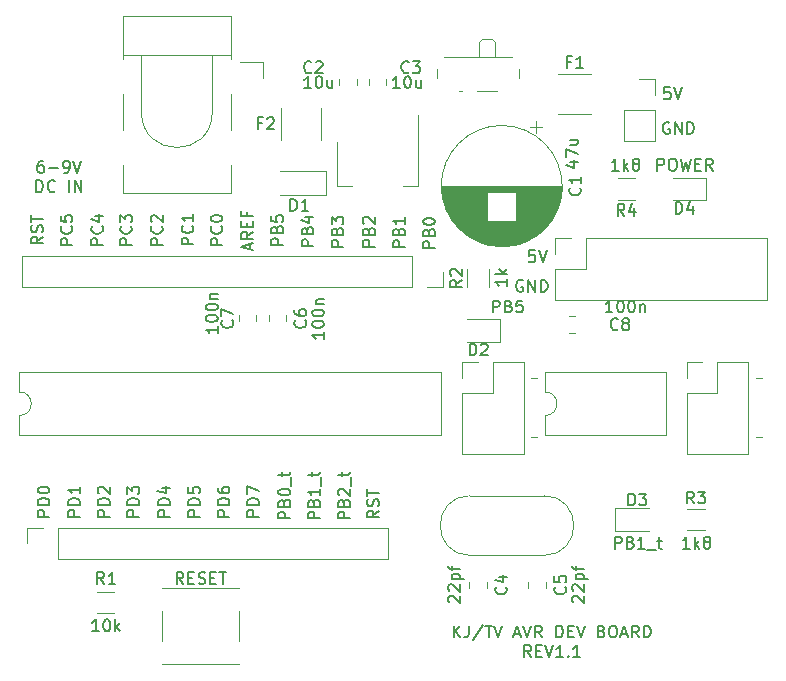
<source format=gbr>
%TF.GenerationSoftware,KiCad,Pcbnew,(5.1.9)-1*%
%TF.CreationDate,2021-07-06T12:17:59+10:00*%
%TF.ProjectId,AVRDevBoardRev1.1,41565244-6576-4426-9f61-726452657631,rev?*%
%TF.SameCoordinates,Original*%
%TF.FileFunction,Legend,Top*%
%TF.FilePolarity,Positive*%
%FSLAX46Y46*%
G04 Gerber Fmt 4.6, Leading zero omitted, Abs format (unit mm)*
G04 Created by KiCad (PCBNEW (5.1.9)-1) date 2021-07-06 12:17:59*
%MOMM*%
%LPD*%
G01*
G04 APERTURE LIST*
%ADD10C,0.150000*%
%ADD11C,0.120000*%
G04 APERTURE END LIST*
D10*
X118857142Y-87952380D02*
X118285714Y-87952380D01*
X118571428Y-87952380D02*
X118571428Y-86952380D01*
X118476190Y-87095238D01*
X118380952Y-87190476D01*
X118285714Y-87238095D01*
X119476190Y-86952380D02*
X119571428Y-86952380D01*
X119666666Y-87000000D01*
X119714285Y-87047619D01*
X119761904Y-87142857D01*
X119809523Y-87333333D01*
X119809523Y-87571428D01*
X119761904Y-87761904D01*
X119714285Y-87857142D01*
X119666666Y-87904761D01*
X119571428Y-87952380D01*
X119476190Y-87952380D01*
X119380952Y-87904761D01*
X119333333Y-87857142D01*
X119285714Y-87761904D01*
X119238095Y-87571428D01*
X119238095Y-87333333D01*
X119285714Y-87142857D01*
X119333333Y-87047619D01*
X119380952Y-87000000D01*
X119476190Y-86952380D01*
X120666666Y-87285714D02*
X120666666Y-87952380D01*
X120238095Y-87285714D02*
X120238095Y-87809523D01*
X120285714Y-87904761D01*
X120380952Y-87952380D01*
X120523809Y-87952380D01*
X120619047Y-87904761D01*
X120666666Y-87857142D01*
X111357142Y-87952380D02*
X110785714Y-87952380D01*
X111071428Y-87952380D02*
X111071428Y-86952380D01*
X110976190Y-87095238D01*
X110880952Y-87190476D01*
X110785714Y-87238095D01*
X111976190Y-86952380D02*
X112071428Y-86952380D01*
X112166666Y-87000000D01*
X112214285Y-87047619D01*
X112261904Y-87142857D01*
X112309523Y-87333333D01*
X112309523Y-87571428D01*
X112261904Y-87761904D01*
X112214285Y-87857142D01*
X112166666Y-87904761D01*
X112071428Y-87952380D01*
X111976190Y-87952380D01*
X111880952Y-87904761D01*
X111833333Y-87857142D01*
X111785714Y-87761904D01*
X111738095Y-87571428D01*
X111738095Y-87333333D01*
X111785714Y-87142857D01*
X111833333Y-87047619D01*
X111880952Y-87000000D01*
X111976190Y-86952380D01*
X113166666Y-87285714D02*
X113166666Y-87952380D01*
X112738095Y-87285714D02*
X112738095Y-87809523D01*
X112785714Y-87904761D01*
X112880952Y-87952380D01*
X113023809Y-87952380D01*
X113119047Y-87904761D01*
X113166666Y-87857142D01*
X136880952Y-106952380D02*
X136309523Y-106952380D01*
X136595238Y-106952380D02*
X136595238Y-105952380D01*
X136500000Y-106095238D01*
X136404761Y-106190476D01*
X136309523Y-106238095D01*
X137500000Y-105952380D02*
X137595238Y-105952380D01*
X137690476Y-106000000D01*
X137738095Y-106047619D01*
X137785714Y-106142857D01*
X137833333Y-106333333D01*
X137833333Y-106571428D01*
X137785714Y-106761904D01*
X137738095Y-106857142D01*
X137690476Y-106904761D01*
X137595238Y-106952380D01*
X137500000Y-106952380D01*
X137404761Y-106904761D01*
X137357142Y-106857142D01*
X137309523Y-106761904D01*
X137261904Y-106571428D01*
X137261904Y-106333333D01*
X137309523Y-106142857D01*
X137357142Y-106047619D01*
X137404761Y-106000000D01*
X137500000Y-105952380D01*
X138452380Y-105952380D02*
X138547619Y-105952380D01*
X138642857Y-106000000D01*
X138690476Y-106047619D01*
X138738095Y-106142857D01*
X138785714Y-106333333D01*
X138785714Y-106571428D01*
X138738095Y-106761904D01*
X138690476Y-106857142D01*
X138642857Y-106904761D01*
X138547619Y-106952380D01*
X138452380Y-106952380D01*
X138357142Y-106904761D01*
X138309523Y-106857142D01*
X138261904Y-106761904D01*
X138214285Y-106571428D01*
X138214285Y-106333333D01*
X138261904Y-106142857D01*
X138309523Y-106047619D01*
X138357142Y-106000000D01*
X138452380Y-105952380D01*
X139214285Y-106285714D02*
X139214285Y-106952380D01*
X139214285Y-106380952D02*
X139261904Y-106333333D01*
X139357142Y-106285714D01*
X139500000Y-106285714D01*
X139595238Y-106333333D01*
X139642857Y-106428571D01*
X139642857Y-106952380D01*
X133285714Y-94238095D02*
X133952380Y-94238095D01*
X132904761Y-94476190D02*
X133619047Y-94714285D01*
X133619047Y-94095238D01*
X132952380Y-93809523D02*
X132952380Y-93142857D01*
X133952380Y-93571428D01*
X133285714Y-92333333D02*
X133952380Y-92333333D01*
X133285714Y-92761904D02*
X133809523Y-92761904D01*
X133904761Y-92714285D01*
X133952380Y-92619047D01*
X133952380Y-92476190D01*
X133904761Y-92380952D01*
X133857142Y-92333333D01*
X103452380Y-108119047D02*
X103452380Y-108690476D01*
X103452380Y-108404761D02*
X102452380Y-108404761D01*
X102595238Y-108500000D01*
X102690476Y-108595238D01*
X102738095Y-108690476D01*
X102452380Y-107500000D02*
X102452380Y-107404761D01*
X102500000Y-107309523D01*
X102547619Y-107261904D01*
X102642857Y-107214285D01*
X102833333Y-107166666D01*
X103071428Y-107166666D01*
X103261904Y-107214285D01*
X103357142Y-107261904D01*
X103404761Y-107309523D01*
X103452380Y-107404761D01*
X103452380Y-107500000D01*
X103404761Y-107595238D01*
X103357142Y-107642857D01*
X103261904Y-107690476D01*
X103071428Y-107738095D01*
X102833333Y-107738095D01*
X102642857Y-107690476D01*
X102547619Y-107642857D01*
X102500000Y-107595238D01*
X102452380Y-107500000D01*
X102452380Y-106547619D02*
X102452380Y-106452380D01*
X102500000Y-106357142D01*
X102547619Y-106309523D01*
X102642857Y-106261904D01*
X102833333Y-106214285D01*
X103071428Y-106214285D01*
X103261904Y-106261904D01*
X103357142Y-106309523D01*
X103404761Y-106357142D01*
X103452380Y-106452380D01*
X103452380Y-106547619D01*
X103404761Y-106642857D01*
X103357142Y-106690476D01*
X103261904Y-106738095D01*
X103071428Y-106785714D01*
X102833333Y-106785714D01*
X102642857Y-106738095D01*
X102547619Y-106690476D01*
X102500000Y-106642857D01*
X102452380Y-106547619D01*
X102785714Y-105785714D02*
X103452380Y-105785714D01*
X102880952Y-105785714D02*
X102833333Y-105738095D01*
X102785714Y-105642857D01*
X102785714Y-105500000D01*
X102833333Y-105404761D01*
X102928571Y-105357142D01*
X103452380Y-105357142D01*
X112452380Y-108619047D02*
X112452380Y-109190476D01*
X112452380Y-108904761D02*
X111452380Y-108904761D01*
X111595238Y-109000000D01*
X111690476Y-109095238D01*
X111738095Y-109190476D01*
X111452380Y-108000000D02*
X111452380Y-107904761D01*
X111500000Y-107809523D01*
X111547619Y-107761904D01*
X111642857Y-107714285D01*
X111833333Y-107666666D01*
X112071428Y-107666666D01*
X112261904Y-107714285D01*
X112357142Y-107761904D01*
X112404761Y-107809523D01*
X112452380Y-107904761D01*
X112452380Y-108000000D01*
X112404761Y-108095238D01*
X112357142Y-108142857D01*
X112261904Y-108190476D01*
X112071428Y-108238095D01*
X111833333Y-108238095D01*
X111642857Y-108190476D01*
X111547619Y-108142857D01*
X111500000Y-108095238D01*
X111452380Y-108000000D01*
X111452380Y-107047619D02*
X111452380Y-106952380D01*
X111500000Y-106857142D01*
X111547619Y-106809523D01*
X111642857Y-106761904D01*
X111833333Y-106714285D01*
X112071428Y-106714285D01*
X112261904Y-106761904D01*
X112357142Y-106809523D01*
X112404761Y-106857142D01*
X112452380Y-106952380D01*
X112452380Y-107047619D01*
X112404761Y-107142857D01*
X112357142Y-107190476D01*
X112261904Y-107238095D01*
X112071428Y-107285714D01*
X111833333Y-107285714D01*
X111642857Y-107238095D01*
X111547619Y-107190476D01*
X111500000Y-107142857D01*
X111452380Y-107047619D01*
X111785714Y-106285714D02*
X112452380Y-106285714D01*
X111880952Y-106285714D02*
X111833333Y-106238095D01*
X111785714Y-106142857D01*
X111785714Y-106000000D01*
X111833333Y-105904761D01*
X111928571Y-105857142D01*
X112452380Y-105857142D01*
X123047619Y-131500000D02*
X123000000Y-131452380D01*
X122952380Y-131357142D01*
X122952380Y-131119047D01*
X123000000Y-131023809D01*
X123047619Y-130976190D01*
X123142857Y-130928571D01*
X123238095Y-130928571D01*
X123380952Y-130976190D01*
X123952380Y-131547619D01*
X123952380Y-130928571D01*
X123047619Y-130547619D02*
X123000000Y-130500000D01*
X122952380Y-130404761D01*
X122952380Y-130166666D01*
X123000000Y-130071428D01*
X123047619Y-130023809D01*
X123142857Y-129976190D01*
X123238095Y-129976190D01*
X123380952Y-130023809D01*
X123952380Y-130595238D01*
X123952380Y-129976190D01*
X123285714Y-129547619D02*
X124285714Y-129547619D01*
X123333333Y-129547619D02*
X123285714Y-129452380D01*
X123285714Y-129261904D01*
X123333333Y-129166666D01*
X123380952Y-129119047D01*
X123476190Y-129071428D01*
X123761904Y-129071428D01*
X123857142Y-129119047D01*
X123904761Y-129166666D01*
X123952380Y-129261904D01*
X123952380Y-129452380D01*
X123904761Y-129547619D01*
X123285714Y-128785714D02*
X123285714Y-128404761D01*
X123952380Y-128642857D02*
X123095238Y-128642857D01*
X123000000Y-128595238D01*
X122952380Y-128500000D01*
X122952380Y-128404761D01*
X133547619Y-131500000D02*
X133500000Y-131452380D01*
X133452380Y-131357142D01*
X133452380Y-131119047D01*
X133500000Y-131023809D01*
X133547619Y-130976190D01*
X133642857Y-130928571D01*
X133738095Y-130928571D01*
X133880952Y-130976190D01*
X134452380Y-131547619D01*
X134452380Y-130928571D01*
X133547619Y-130547619D02*
X133500000Y-130500000D01*
X133452380Y-130404761D01*
X133452380Y-130166666D01*
X133500000Y-130071428D01*
X133547619Y-130023809D01*
X133642857Y-129976190D01*
X133738095Y-129976190D01*
X133880952Y-130023809D01*
X134452380Y-130595238D01*
X134452380Y-129976190D01*
X133785714Y-129547619D02*
X134785714Y-129547619D01*
X133833333Y-129547619D02*
X133785714Y-129452380D01*
X133785714Y-129261904D01*
X133833333Y-129166666D01*
X133880952Y-129119047D01*
X133976190Y-129071428D01*
X134261904Y-129071428D01*
X134357142Y-129119047D01*
X134404761Y-129166666D01*
X134452380Y-129261904D01*
X134452380Y-129452380D01*
X134404761Y-129547619D01*
X133785714Y-128785714D02*
X133785714Y-128404761D01*
X134452380Y-128642857D02*
X133595238Y-128642857D01*
X133500000Y-128595238D01*
X133452380Y-128500000D01*
X133452380Y-128404761D01*
X100547619Y-129952380D02*
X100214285Y-129476190D01*
X99976190Y-129952380D02*
X99976190Y-128952380D01*
X100357142Y-128952380D01*
X100452380Y-129000000D01*
X100500000Y-129047619D01*
X100547619Y-129142857D01*
X100547619Y-129285714D01*
X100500000Y-129380952D01*
X100452380Y-129428571D01*
X100357142Y-129476190D01*
X99976190Y-129476190D01*
X100976190Y-129428571D02*
X101309523Y-129428571D01*
X101452380Y-129952380D02*
X100976190Y-129952380D01*
X100976190Y-128952380D01*
X101452380Y-128952380D01*
X101833333Y-129904761D02*
X101976190Y-129952380D01*
X102214285Y-129952380D01*
X102309523Y-129904761D01*
X102357142Y-129857142D01*
X102404761Y-129761904D01*
X102404761Y-129666666D01*
X102357142Y-129571428D01*
X102309523Y-129523809D01*
X102214285Y-129476190D01*
X102023809Y-129428571D01*
X101928571Y-129380952D01*
X101880952Y-129333333D01*
X101833333Y-129238095D01*
X101833333Y-129142857D01*
X101880952Y-129047619D01*
X101928571Y-129000000D01*
X102023809Y-128952380D01*
X102261904Y-128952380D01*
X102404761Y-129000000D01*
X102833333Y-129428571D02*
X103166666Y-129428571D01*
X103309523Y-129952380D02*
X102833333Y-129952380D01*
X102833333Y-128952380D01*
X103309523Y-128952380D01*
X103595238Y-128952380D02*
X104166666Y-128952380D01*
X103880952Y-129952380D02*
X103880952Y-128952380D01*
X140690476Y-94952380D02*
X140690476Y-93952380D01*
X141071428Y-93952380D01*
X141166666Y-94000000D01*
X141214285Y-94047619D01*
X141261904Y-94142857D01*
X141261904Y-94285714D01*
X141214285Y-94380952D01*
X141166666Y-94428571D01*
X141071428Y-94476190D01*
X140690476Y-94476190D01*
X141880952Y-93952380D02*
X142071428Y-93952380D01*
X142166666Y-94000000D01*
X142261904Y-94095238D01*
X142309523Y-94285714D01*
X142309523Y-94619047D01*
X142261904Y-94809523D01*
X142166666Y-94904761D01*
X142071428Y-94952380D01*
X141880952Y-94952380D01*
X141785714Y-94904761D01*
X141690476Y-94809523D01*
X141642857Y-94619047D01*
X141642857Y-94285714D01*
X141690476Y-94095238D01*
X141785714Y-94000000D01*
X141880952Y-93952380D01*
X142642857Y-93952380D02*
X142880952Y-94952380D01*
X143071428Y-94238095D01*
X143261904Y-94952380D01*
X143500000Y-93952380D01*
X143880952Y-94428571D02*
X144214285Y-94428571D01*
X144357142Y-94952380D02*
X143880952Y-94952380D01*
X143880952Y-93952380D01*
X144357142Y-93952380D01*
X145357142Y-94952380D02*
X145023809Y-94476190D01*
X144785714Y-94952380D02*
X144785714Y-93952380D01*
X145166666Y-93952380D01*
X145261904Y-94000000D01*
X145309523Y-94047619D01*
X145357142Y-94142857D01*
X145357142Y-94285714D01*
X145309523Y-94380952D01*
X145261904Y-94428571D01*
X145166666Y-94476190D01*
X144785714Y-94476190D01*
X137095238Y-126952380D02*
X137095238Y-125952380D01*
X137476190Y-125952380D01*
X137571428Y-126000000D01*
X137619047Y-126047619D01*
X137666666Y-126142857D01*
X137666666Y-126285714D01*
X137619047Y-126380952D01*
X137571428Y-126428571D01*
X137476190Y-126476190D01*
X137095238Y-126476190D01*
X138428571Y-126428571D02*
X138571428Y-126476190D01*
X138619047Y-126523809D01*
X138666666Y-126619047D01*
X138666666Y-126761904D01*
X138619047Y-126857142D01*
X138571428Y-126904761D01*
X138476190Y-126952380D01*
X138095238Y-126952380D01*
X138095238Y-125952380D01*
X138428571Y-125952380D01*
X138523809Y-126000000D01*
X138571428Y-126047619D01*
X138619047Y-126142857D01*
X138619047Y-126238095D01*
X138571428Y-126333333D01*
X138523809Y-126380952D01*
X138428571Y-126428571D01*
X138095238Y-126428571D01*
X139619047Y-126952380D02*
X139047619Y-126952380D01*
X139333333Y-126952380D02*
X139333333Y-125952380D01*
X139238095Y-126095238D01*
X139142857Y-126190476D01*
X139047619Y-126238095D01*
X139809523Y-127047619D02*
X140571428Y-127047619D01*
X140666666Y-126285714D02*
X141047619Y-126285714D01*
X140809523Y-125952380D02*
X140809523Y-126809523D01*
X140857142Y-126904761D01*
X140952380Y-126952380D01*
X141047619Y-126952380D01*
X126761904Y-106952380D02*
X126761904Y-105952380D01*
X127142857Y-105952380D01*
X127238095Y-106000000D01*
X127285714Y-106047619D01*
X127333333Y-106142857D01*
X127333333Y-106285714D01*
X127285714Y-106380952D01*
X127238095Y-106428571D01*
X127142857Y-106476190D01*
X126761904Y-106476190D01*
X128095238Y-106428571D02*
X128238095Y-106476190D01*
X128285714Y-106523809D01*
X128333333Y-106619047D01*
X128333333Y-106761904D01*
X128285714Y-106857142D01*
X128238095Y-106904761D01*
X128142857Y-106952380D01*
X127761904Y-106952380D01*
X127761904Y-105952380D01*
X128095238Y-105952380D01*
X128190476Y-106000000D01*
X128238095Y-106047619D01*
X128285714Y-106142857D01*
X128285714Y-106238095D01*
X128238095Y-106333333D01*
X128190476Y-106380952D01*
X128095238Y-106428571D01*
X127761904Y-106428571D01*
X129238095Y-105952380D02*
X128761904Y-105952380D01*
X128714285Y-106428571D01*
X128761904Y-106380952D01*
X128857142Y-106333333D01*
X129095238Y-106333333D01*
X129190476Y-106380952D01*
X129238095Y-106428571D01*
X129285714Y-106523809D01*
X129285714Y-106761904D01*
X129238095Y-106857142D01*
X129190476Y-106904761D01*
X129095238Y-106952380D01*
X128857142Y-106952380D01*
X128761904Y-106904761D01*
X128714285Y-106857142D01*
X88666666Y-94127380D02*
X88476190Y-94127380D01*
X88380952Y-94175000D01*
X88333333Y-94222619D01*
X88238095Y-94365476D01*
X88190476Y-94555952D01*
X88190476Y-94936904D01*
X88238095Y-95032142D01*
X88285714Y-95079761D01*
X88380952Y-95127380D01*
X88571428Y-95127380D01*
X88666666Y-95079761D01*
X88714285Y-95032142D01*
X88761904Y-94936904D01*
X88761904Y-94698809D01*
X88714285Y-94603571D01*
X88666666Y-94555952D01*
X88571428Y-94508333D01*
X88380952Y-94508333D01*
X88285714Y-94555952D01*
X88238095Y-94603571D01*
X88190476Y-94698809D01*
X89190476Y-94746428D02*
X89952380Y-94746428D01*
X90476190Y-95127380D02*
X90666666Y-95127380D01*
X90761904Y-95079761D01*
X90809523Y-95032142D01*
X90904761Y-94889285D01*
X90952380Y-94698809D01*
X90952380Y-94317857D01*
X90904761Y-94222619D01*
X90857142Y-94175000D01*
X90761904Y-94127380D01*
X90571428Y-94127380D01*
X90476190Y-94175000D01*
X90428571Y-94222619D01*
X90380952Y-94317857D01*
X90380952Y-94555952D01*
X90428571Y-94651190D01*
X90476190Y-94698809D01*
X90571428Y-94746428D01*
X90761904Y-94746428D01*
X90857142Y-94698809D01*
X90904761Y-94651190D01*
X90952380Y-94555952D01*
X91238095Y-94127380D02*
X91571428Y-95127380D01*
X91904761Y-94127380D01*
X88095238Y-96777380D02*
X88095238Y-95777380D01*
X88333333Y-95777380D01*
X88476190Y-95825000D01*
X88571428Y-95920238D01*
X88619047Y-96015476D01*
X88666666Y-96205952D01*
X88666666Y-96348809D01*
X88619047Y-96539285D01*
X88571428Y-96634523D01*
X88476190Y-96729761D01*
X88333333Y-96777380D01*
X88095238Y-96777380D01*
X89666666Y-96682142D02*
X89619047Y-96729761D01*
X89476190Y-96777380D01*
X89380952Y-96777380D01*
X89238095Y-96729761D01*
X89142857Y-96634523D01*
X89095238Y-96539285D01*
X89047619Y-96348809D01*
X89047619Y-96205952D01*
X89095238Y-96015476D01*
X89142857Y-95920238D01*
X89238095Y-95825000D01*
X89380952Y-95777380D01*
X89476190Y-95777380D01*
X89619047Y-95825000D01*
X89666666Y-95872619D01*
X90857142Y-96777380D02*
X90857142Y-95777380D01*
X91333333Y-96777380D02*
X91333333Y-95777380D01*
X91904761Y-96777380D01*
X91904761Y-95777380D01*
X137404761Y-94952380D02*
X136833333Y-94952380D01*
X137119047Y-94952380D02*
X137119047Y-93952380D01*
X137023809Y-94095238D01*
X136928571Y-94190476D01*
X136833333Y-94238095D01*
X137833333Y-94952380D02*
X137833333Y-93952380D01*
X137928571Y-94571428D02*
X138214285Y-94952380D01*
X138214285Y-94285714D02*
X137833333Y-94666666D01*
X138785714Y-94380952D02*
X138690476Y-94333333D01*
X138642857Y-94285714D01*
X138595238Y-94190476D01*
X138595238Y-94142857D01*
X138642857Y-94047619D01*
X138690476Y-94000000D01*
X138785714Y-93952380D01*
X138976190Y-93952380D01*
X139071428Y-94000000D01*
X139119047Y-94047619D01*
X139166666Y-94142857D01*
X139166666Y-94190476D01*
X139119047Y-94285714D01*
X139071428Y-94333333D01*
X138976190Y-94380952D01*
X138785714Y-94380952D01*
X138690476Y-94428571D01*
X138642857Y-94476190D01*
X138595238Y-94571428D01*
X138595238Y-94761904D01*
X138642857Y-94857142D01*
X138690476Y-94904761D01*
X138785714Y-94952380D01*
X138976190Y-94952380D01*
X139071428Y-94904761D01*
X139119047Y-94857142D01*
X139166666Y-94761904D01*
X139166666Y-94571428D01*
X139119047Y-94476190D01*
X139071428Y-94428571D01*
X138976190Y-94380952D01*
X93404761Y-133952380D02*
X92833333Y-133952380D01*
X93119047Y-133952380D02*
X93119047Y-132952380D01*
X93023809Y-133095238D01*
X92928571Y-133190476D01*
X92833333Y-133238095D01*
X94023809Y-132952380D02*
X94119047Y-132952380D01*
X94214285Y-133000000D01*
X94261904Y-133047619D01*
X94309523Y-133142857D01*
X94357142Y-133333333D01*
X94357142Y-133571428D01*
X94309523Y-133761904D01*
X94261904Y-133857142D01*
X94214285Y-133904761D01*
X94119047Y-133952380D01*
X94023809Y-133952380D01*
X93928571Y-133904761D01*
X93880952Y-133857142D01*
X93833333Y-133761904D01*
X93785714Y-133571428D01*
X93785714Y-133333333D01*
X93833333Y-133142857D01*
X93880952Y-133047619D01*
X93928571Y-133000000D01*
X94023809Y-132952380D01*
X94785714Y-133952380D02*
X94785714Y-132952380D01*
X94880952Y-133571428D02*
X95166666Y-133952380D01*
X95166666Y-133285714D02*
X94785714Y-133666666D01*
X127952380Y-104119047D02*
X127952380Y-104690476D01*
X127952380Y-104404761D02*
X126952380Y-104404761D01*
X127095238Y-104500000D01*
X127190476Y-104595238D01*
X127238095Y-104690476D01*
X127952380Y-103690476D02*
X126952380Y-103690476D01*
X127571428Y-103595238D02*
X127952380Y-103309523D01*
X127285714Y-103309523D02*
X127666666Y-103690476D01*
X143404761Y-126952380D02*
X142833333Y-126952380D01*
X143119047Y-126952380D02*
X143119047Y-125952380D01*
X143023809Y-126095238D01*
X142928571Y-126190476D01*
X142833333Y-126238095D01*
X143833333Y-126952380D02*
X143833333Y-125952380D01*
X143928571Y-126571428D02*
X144214285Y-126952380D01*
X144214285Y-126285714D02*
X143833333Y-126666666D01*
X144785714Y-126380952D02*
X144690476Y-126333333D01*
X144642857Y-126285714D01*
X144595238Y-126190476D01*
X144595238Y-126142857D01*
X144642857Y-126047619D01*
X144690476Y-126000000D01*
X144785714Y-125952380D01*
X144976190Y-125952380D01*
X145071428Y-126000000D01*
X145119047Y-126047619D01*
X145166666Y-126142857D01*
X145166666Y-126190476D01*
X145119047Y-126285714D01*
X145071428Y-126333333D01*
X144976190Y-126380952D01*
X144785714Y-126380952D01*
X144690476Y-126428571D01*
X144642857Y-126476190D01*
X144595238Y-126571428D01*
X144595238Y-126761904D01*
X144642857Y-126857142D01*
X144690476Y-126904761D01*
X144785714Y-126952380D01*
X144976190Y-126952380D01*
X145071428Y-126904761D01*
X145119047Y-126857142D01*
X145166666Y-126761904D01*
X145166666Y-126571428D01*
X145119047Y-126476190D01*
X145071428Y-126428571D01*
X144976190Y-126380952D01*
D11*
X149000000Y-117500000D02*
X149500000Y-117500000D01*
X149000000Y-112500000D02*
X149500000Y-112500000D01*
X130000000Y-117500000D02*
X130500000Y-117500000D01*
X130000000Y-112500000D02*
X130500000Y-112500000D01*
D10*
X129288095Y-104250000D02*
X129192857Y-104202380D01*
X129050000Y-104202380D01*
X128907142Y-104250000D01*
X128811904Y-104345238D01*
X128764285Y-104440476D01*
X128716666Y-104630952D01*
X128716666Y-104773809D01*
X128764285Y-104964285D01*
X128811904Y-105059523D01*
X128907142Y-105154761D01*
X129050000Y-105202380D01*
X129145238Y-105202380D01*
X129288095Y-105154761D01*
X129335714Y-105107142D01*
X129335714Y-104773809D01*
X129145238Y-104773809D01*
X129764285Y-105202380D02*
X129764285Y-104202380D01*
X130335714Y-105202380D01*
X130335714Y-104202380D01*
X130811904Y-105202380D02*
X130811904Y-104202380D01*
X131050000Y-104202380D01*
X131192857Y-104250000D01*
X131288095Y-104345238D01*
X131335714Y-104440476D01*
X131383333Y-104630952D01*
X131383333Y-104773809D01*
X131335714Y-104964285D01*
X131288095Y-105059523D01*
X131192857Y-105154761D01*
X131050000Y-105202380D01*
X130811904Y-105202380D01*
X130309523Y-101702380D02*
X129833333Y-101702380D01*
X129785714Y-102178571D01*
X129833333Y-102130952D01*
X129928571Y-102083333D01*
X130166666Y-102083333D01*
X130261904Y-102130952D01*
X130309523Y-102178571D01*
X130357142Y-102273809D01*
X130357142Y-102511904D01*
X130309523Y-102607142D01*
X130261904Y-102654761D01*
X130166666Y-102702380D01*
X129928571Y-102702380D01*
X129833333Y-102654761D01*
X129785714Y-102607142D01*
X130642857Y-101702380D02*
X130976190Y-102702380D01*
X131309523Y-101702380D01*
X141688095Y-90900000D02*
X141592857Y-90852380D01*
X141450000Y-90852380D01*
X141307142Y-90900000D01*
X141211904Y-90995238D01*
X141164285Y-91090476D01*
X141116666Y-91280952D01*
X141116666Y-91423809D01*
X141164285Y-91614285D01*
X141211904Y-91709523D01*
X141307142Y-91804761D01*
X141450000Y-91852380D01*
X141545238Y-91852380D01*
X141688095Y-91804761D01*
X141735714Y-91757142D01*
X141735714Y-91423809D01*
X141545238Y-91423809D01*
X142164285Y-91852380D02*
X142164285Y-90852380D01*
X142735714Y-91852380D01*
X142735714Y-90852380D01*
X143211904Y-91852380D02*
X143211904Y-90852380D01*
X143450000Y-90852380D01*
X143592857Y-90900000D01*
X143688095Y-90995238D01*
X143735714Y-91090476D01*
X143783333Y-91280952D01*
X143783333Y-91423809D01*
X143735714Y-91614285D01*
X143688095Y-91709523D01*
X143592857Y-91804761D01*
X143450000Y-91852380D01*
X143211904Y-91852380D01*
X141759523Y-87902380D02*
X141283333Y-87902380D01*
X141235714Y-88378571D01*
X141283333Y-88330952D01*
X141378571Y-88283333D01*
X141616666Y-88283333D01*
X141711904Y-88330952D01*
X141759523Y-88378571D01*
X141807142Y-88473809D01*
X141807142Y-88711904D01*
X141759523Y-88807142D01*
X141711904Y-88854761D01*
X141616666Y-88902380D01*
X141378571Y-88902380D01*
X141283333Y-88854761D01*
X141235714Y-88807142D01*
X142092857Y-87902380D02*
X142426190Y-88902380D01*
X142759523Y-87902380D01*
X123440476Y-134477380D02*
X123440476Y-133477380D01*
X124011904Y-134477380D02*
X123583333Y-133905952D01*
X124011904Y-133477380D02*
X123440476Y-134048809D01*
X124726190Y-133477380D02*
X124726190Y-134191666D01*
X124678571Y-134334523D01*
X124583333Y-134429761D01*
X124440476Y-134477380D01*
X124345238Y-134477380D01*
X125916666Y-133429761D02*
X125059523Y-134715476D01*
X126107142Y-133477380D02*
X126678571Y-133477380D01*
X126392857Y-134477380D02*
X126392857Y-133477380D01*
X126869047Y-133477380D02*
X127202380Y-134477380D01*
X127535714Y-133477380D01*
X128583333Y-134191666D02*
X129059523Y-134191666D01*
X128488095Y-134477380D02*
X128821428Y-133477380D01*
X129154761Y-134477380D01*
X129345238Y-133477380D02*
X129678571Y-134477380D01*
X130011904Y-133477380D01*
X130916666Y-134477380D02*
X130583333Y-134001190D01*
X130345238Y-134477380D02*
X130345238Y-133477380D01*
X130726190Y-133477380D01*
X130821428Y-133525000D01*
X130869047Y-133572619D01*
X130916666Y-133667857D01*
X130916666Y-133810714D01*
X130869047Y-133905952D01*
X130821428Y-133953571D01*
X130726190Y-134001190D01*
X130345238Y-134001190D01*
X132107142Y-134477380D02*
X132107142Y-133477380D01*
X132345238Y-133477380D01*
X132488095Y-133525000D01*
X132583333Y-133620238D01*
X132630952Y-133715476D01*
X132678571Y-133905952D01*
X132678571Y-134048809D01*
X132630952Y-134239285D01*
X132583333Y-134334523D01*
X132488095Y-134429761D01*
X132345238Y-134477380D01*
X132107142Y-134477380D01*
X133107142Y-133953571D02*
X133440476Y-133953571D01*
X133583333Y-134477380D02*
X133107142Y-134477380D01*
X133107142Y-133477380D01*
X133583333Y-133477380D01*
X133869047Y-133477380D02*
X134202380Y-134477380D01*
X134535714Y-133477380D01*
X135964285Y-133953571D02*
X136107142Y-134001190D01*
X136154761Y-134048809D01*
X136202380Y-134144047D01*
X136202380Y-134286904D01*
X136154761Y-134382142D01*
X136107142Y-134429761D01*
X136011904Y-134477380D01*
X135630952Y-134477380D01*
X135630952Y-133477380D01*
X135964285Y-133477380D01*
X136059523Y-133525000D01*
X136107142Y-133572619D01*
X136154761Y-133667857D01*
X136154761Y-133763095D01*
X136107142Y-133858333D01*
X136059523Y-133905952D01*
X135964285Y-133953571D01*
X135630952Y-133953571D01*
X136821428Y-133477380D02*
X137011904Y-133477380D01*
X137107142Y-133525000D01*
X137202380Y-133620238D01*
X137250000Y-133810714D01*
X137250000Y-134144047D01*
X137202380Y-134334523D01*
X137107142Y-134429761D01*
X137011904Y-134477380D01*
X136821428Y-134477380D01*
X136726190Y-134429761D01*
X136630952Y-134334523D01*
X136583333Y-134144047D01*
X136583333Y-133810714D01*
X136630952Y-133620238D01*
X136726190Y-133525000D01*
X136821428Y-133477380D01*
X137630952Y-134191666D02*
X138107142Y-134191666D01*
X137535714Y-134477380D02*
X137869047Y-133477380D01*
X138202380Y-134477380D01*
X139107142Y-134477380D02*
X138773809Y-134001190D01*
X138535714Y-134477380D02*
X138535714Y-133477380D01*
X138916666Y-133477380D01*
X139011904Y-133525000D01*
X139059523Y-133572619D01*
X139107142Y-133667857D01*
X139107142Y-133810714D01*
X139059523Y-133905952D01*
X139011904Y-133953571D01*
X138916666Y-134001190D01*
X138535714Y-134001190D01*
X139535714Y-134477380D02*
X139535714Y-133477380D01*
X139773809Y-133477380D01*
X139916666Y-133525000D01*
X140011904Y-133620238D01*
X140059523Y-133715476D01*
X140107142Y-133905952D01*
X140107142Y-134048809D01*
X140059523Y-134239285D01*
X140011904Y-134334523D01*
X139916666Y-134429761D01*
X139773809Y-134477380D01*
X139535714Y-134477380D01*
X129988095Y-136127380D02*
X129654761Y-135651190D01*
X129416666Y-136127380D02*
X129416666Y-135127380D01*
X129797619Y-135127380D01*
X129892857Y-135175000D01*
X129940476Y-135222619D01*
X129988095Y-135317857D01*
X129988095Y-135460714D01*
X129940476Y-135555952D01*
X129892857Y-135603571D01*
X129797619Y-135651190D01*
X129416666Y-135651190D01*
X130416666Y-135603571D02*
X130750000Y-135603571D01*
X130892857Y-136127380D02*
X130416666Y-136127380D01*
X130416666Y-135127380D01*
X130892857Y-135127380D01*
X131178571Y-135127380D02*
X131511904Y-136127380D01*
X131845238Y-135127380D01*
X132702380Y-136127380D02*
X132130952Y-136127380D01*
X132416666Y-136127380D02*
X132416666Y-135127380D01*
X132321428Y-135270238D01*
X132226190Y-135365476D01*
X132130952Y-135413095D01*
X133130952Y-136032142D02*
X133178571Y-136079761D01*
X133130952Y-136127380D01*
X133083333Y-136079761D01*
X133130952Y-136032142D01*
X133130952Y-136127380D01*
X134130952Y-136127380D02*
X133559523Y-136127380D01*
X133845238Y-136127380D02*
X133845238Y-135127380D01*
X133750000Y-135270238D01*
X133654761Y-135365476D01*
X133559523Y-135413095D01*
X121852380Y-101488095D02*
X120852380Y-101488095D01*
X120852380Y-101107142D01*
X120900000Y-101011904D01*
X120947619Y-100964285D01*
X121042857Y-100916666D01*
X121185714Y-100916666D01*
X121280952Y-100964285D01*
X121328571Y-101011904D01*
X121376190Y-101107142D01*
X121376190Y-101488095D01*
X121328571Y-100154761D02*
X121376190Y-100011904D01*
X121423809Y-99964285D01*
X121519047Y-99916666D01*
X121661904Y-99916666D01*
X121757142Y-99964285D01*
X121804761Y-100011904D01*
X121852380Y-100107142D01*
X121852380Y-100488095D01*
X120852380Y-100488095D01*
X120852380Y-100154761D01*
X120900000Y-100059523D01*
X120947619Y-100011904D01*
X121042857Y-99964285D01*
X121138095Y-99964285D01*
X121233333Y-100011904D01*
X121280952Y-100059523D01*
X121328571Y-100154761D01*
X121328571Y-100488095D01*
X120852380Y-99297619D02*
X120852380Y-99202380D01*
X120900000Y-99107142D01*
X120947619Y-99059523D01*
X121042857Y-99011904D01*
X121233333Y-98964285D01*
X121471428Y-98964285D01*
X121661904Y-99011904D01*
X121757142Y-99059523D01*
X121804761Y-99107142D01*
X121852380Y-99202380D01*
X121852380Y-99297619D01*
X121804761Y-99392857D01*
X121757142Y-99440476D01*
X121661904Y-99488095D01*
X121471428Y-99535714D01*
X121233333Y-99535714D01*
X121042857Y-99488095D01*
X120947619Y-99440476D01*
X120900000Y-99392857D01*
X120852380Y-99297619D01*
X119302380Y-101438095D02*
X118302380Y-101438095D01*
X118302380Y-101057142D01*
X118350000Y-100961904D01*
X118397619Y-100914285D01*
X118492857Y-100866666D01*
X118635714Y-100866666D01*
X118730952Y-100914285D01*
X118778571Y-100961904D01*
X118826190Y-101057142D01*
X118826190Y-101438095D01*
X118778571Y-100104761D02*
X118826190Y-99961904D01*
X118873809Y-99914285D01*
X118969047Y-99866666D01*
X119111904Y-99866666D01*
X119207142Y-99914285D01*
X119254761Y-99961904D01*
X119302380Y-100057142D01*
X119302380Y-100438095D01*
X118302380Y-100438095D01*
X118302380Y-100104761D01*
X118350000Y-100009523D01*
X118397619Y-99961904D01*
X118492857Y-99914285D01*
X118588095Y-99914285D01*
X118683333Y-99961904D01*
X118730952Y-100009523D01*
X118778571Y-100104761D01*
X118778571Y-100438095D01*
X119302380Y-98914285D02*
X119302380Y-99485714D01*
X119302380Y-99200000D02*
X118302380Y-99200000D01*
X118445238Y-99295238D01*
X118540476Y-99390476D01*
X118588095Y-99485714D01*
X116752380Y-101388095D02*
X115752380Y-101388095D01*
X115752380Y-101007142D01*
X115800000Y-100911904D01*
X115847619Y-100864285D01*
X115942857Y-100816666D01*
X116085714Y-100816666D01*
X116180952Y-100864285D01*
X116228571Y-100911904D01*
X116276190Y-101007142D01*
X116276190Y-101388095D01*
X116228571Y-100054761D02*
X116276190Y-99911904D01*
X116323809Y-99864285D01*
X116419047Y-99816666D01*
X116561904Y-99816666D01*
X116657142Y-99864285D01*
X116704761Y-99911904D01*
X116752380Y-100007142D01*
X116752380Y-100388095D01*
X115752380Y-100388095D01*
X115752380Y-100054761D01*
X115800000Y-99959523D01*
X115847619Y-99911904D01*
X115942857Y-99864285D01*
X116038095Y-99864285D01*
X116133333Y-99911904D01*
X116180952Y-99959523D01*
X116228571Y-100054761D01*
X116228571Y-100388095D01*
X115847619Y-99435714D02*
X115800000Y-99388095D01*
X115752380Y-99292857D01*
X115752380Y-99054761D01*
X115800000Y-98959523D01*
X115847619Y-98911904D01*
X115942857Y-98864285D01*
X116038095Y-98864285D01*
X116180952Y-98911904D01*
X116752380Y-99483333D01*
X116752380Y-98864285D01*
X114102380Y-101388095D02*
X113102380Y-101388095D01*
X113102380Y-101007142D01*
X113150000Y-100911904D01*
X113197619Y-100864285D01*
X113292857Y-100816666D01*
X113435714Y-100816666D01*
X113530952Y-100864285D01*
X113578571Y-100911904D01*
X113626190Y-101007142D01*
X113626190Y-101388095D01*
X113578571Y-100054761D02*
X113626190Y-99911904D01*
X113673809Y-99864285D01*
X113769047Y-99816666D01*
X113911904Y-99816666D01*
X114007142Y-99864285D01*
X114054761Y-99911904D01*
X114102380Y-100007142D01*
X114102380Y-100388095D01*
X113102380Y-100388095D01*
X113102380Y-100054761D01*
X113150000Y-99959523D01*
X113197619Y-99911904D01*
X113292857Y-99864285D01*
X113388095Y-99864285D01*
X113483333Y-99911904D01*
X113530952Y-99959523D01*
X113578571Y-100054761D01*
X113578571Y-100388095D01*
X113102380Y-99483333D02*
X113102380Y-98864285D01*
X113483333Y-99197619D01*
X113483333Y-99054761D01*
X113530952Y-98959523D01*
X113578571Y-98911904D01*
X113673809Y-98864285D01*
X113911904Y-98864285D01*
X114007142Y-98911904D01*
X114054761Y-98959523D01*
X114102380Y-99054761D01*
X114102380Y-99340476D01*
X114054761Y-99435714D01*
X114007142Y-99483333D01*
X111552380Y-101338095D02*
X110552380Y-101338095D01*
X110552380Y-100957142D01*
X110600000Y-100861904D01*
X110647619Y-100814285D01*
X110742857Y-100766666D01*
X110885714Y-100766666D01*
X110980952Y-100814285D01*
X111028571Y-100861904D01*
X111076190Y-100957142D01*
X111076190Y-101338095D01*
X111028571Y-100004761D02*
X111076190Y-99861904D01*
X111123809Y-99814285D01*
X111219047Y-99766666D01*
X111361904Y-99766666D01*
X111457142Y-99814285D01*
X111504761Y-99861904D01*
X111552380Y-99957142D01*
X111552380Y-100338095D01*
X110552380Y-100338095D01*
X110552380Y-100004761D01*
X110600000Y-99909523D01*
X110647619Y-99861904D01*
X110742857Y-99814285D01*
X110838095Y-99814285D01*
X110933333Y-99861904D01*
X110980952Y-99909523D01*
X111028571Y-100004761D01*
X111028571Y-100338095D01*
X110885714Y-98909523D02*
X111552380Y-98909523D01*
X110504761Y-99147619D02*
X111219047Y-99385714D01*
X111219047Y-98766666D01*
X109002380Y-101238095D02*
X108002380Y-101238095D01*
X108002380Y-100857142D01*
X108050000Y-100761904D01*
X108097619Y-100714285D01*
X108192857Y-100666666D01*
X108335714Y-100666666D01*
X108430952Y-100714285D01*
X108478571Y-100761904D01*
X108526190Y-100857142D01*
X108526190Y-101238095D01*
X108478571Y-99904761D02*
X108526190Y-99761904D01*
X108573809Y-99714285D01*
X108669047Y-99666666D01*
X108811904Y-99666666D01*
X108907142Y-99714285D01*
X108954761Y-99761904D01*
X109002380Y-99857142D01*
X109002380Y-100238095D01*
X108002380Y-100238095D01*
X108002380Y-99904761D01*
X108050000Y-99809523D01*
X108097619Y-99761904D01*
X108192857Y-99714285D01*
X108288095Y-99714285D01*
X108383333Y-99761904D01*
X108430952Y-99809523D01*
X108478571Y-99904761D01*
X108478571Y-100238095D01*
X108002380Y-98761904D02*
X108002380Y-99238095D01*
X108478571Y-99285714D01*
X108430952Y-99238095D01*
X108383333Y-99142857D01*
X108383333Y-98904761D01*
X108430952Y-98809523D01*
X108478571Y-98761904D01*
X108573809Y-98714285D01*
X108811904Y-98714285D01*
X108907142Y-98761904D01*
X108954761Y-98809523D01*
X109002380Y-98904761D01*
X109002380Y-99142857D01*
X108954761Y-99238095D01*
X108907142Y-99285714D01*
X106166666Y-101619047D02*
X106166666Y-101142857D01*
X106452380Y-101714285D02*
X105452380Y-101380952D01*
X106452380Y-101047619D01*
X106452380Y-100142857D02*
X105976190Y-100476190D01*
X106452380Y-100714285D02*
X105452380Y-100714285D01*
X105452380Y-100333333D01*
X105500000Y-100238095D01*
X105547619Y-100190476D01*
X105642857Y-100142857D01*
X105785714Y-100142857D01*
X105880952Y-100190476D01*
X105928571Y-100238095D01*
X105976190Y-100333333D01*
X105976190Y-100714285D01*
X105928571Y-99714285D02*
X105928571Y-99380952D01*
X106452380Y-99238095D02*
X106452380Y-99714285D01*
X105452380Y-99714285D01*
X105452380Y-99238095D01*
X105928571Y-98476190D02*
X105928571Y-98809523D01*
X106452380Y-98809523D02*
X105452380Y-98809523D01*
X105452380Y-98333333D01*
X103852380Y-101238095D02*
X102852380Y-101238095D01*
X102852380Y-100857142D01*
X102900000Y-100761904D01*
X102947619Y-100714285D01*
X103042857Y-100666666D01*
X103185714Y-100666666D01*
X103280952Y-100714285D01*
X103328571Y-100761904D01*
X103376190Y-100857142D01*
X103376190Y-101238095D01*
X103757142Y-99666666D02*
X103804761Y-99714285D01*
X103852380Y-99857142D01*
X103852380Y-99952380D01*
X103804761Y-100095238D01*
X103709523Y-100190476D01*
X103614285Y-100238095D01*
X103423809Y-100285714D01*
X103280952Y-100285714D01*
X103090476Y-100238095D01*
X102995238Y-100190476D01*
X102900000Y-100095238D01*
X102852380Y-99952380D01*
X102852380Y-99857142D01*
X102900000Y-99714285D01*
X102947619Y-99666666D01*
X102852380Y-99047619D02*
X102852380Y-98952380D01*
X102900000Y-98857142D01*
X102947619Y-98809523D01*
X103042857Y-98761904D01*
X103233333Y-98714285D01*
X103471428Y-98714285D01*
X103661904Y-98761904D01*
X103757142Y-98809523D01*
X103804761Y-98857142D01*
X103852380Y-98952380D01*
X103852380Y-99047619D01*
X103804761Y-99142857D01*
X103757142Y-99190476D01*
X103661904Y-99238095D01*
X103471428Y-99285714D01*
X103233333Y-99285714D01*
X103042857Y-99238095D01*
X102947619Y-99190476D01*
X102900000Y-99142857D01*
X102852380Y-99047619D01*
X101402380Y-101188095D02*
X100402380Y-101188095D01*
X100402380Y-100807142D01*
X100450000Y-100711904D01*
X100497619Y-100664285D01*
X100592857Y-100616666D01*
X100735714Y-100616666D01*
X100830952Y-100664285D01*
X100878571Y-100711904D01*
X100926190Y-100807142D01*
X100926190Y-101188095D01*
X101307142Y-99616666D02*
X101354761Y-99664285D01*
X101402380Y-99807142D01*
X101402380Y-99902380D01*
X101354761Y-100045238D01*
X101259523Y-100140476D01*
X101164285Y-100188095D01*
X100973809Y-100235714D01*
X100830952Y-100235714D01*
X100640476Y-100188095D01*
X100545238Y-100140476D01*
X100450000Y-100045238D01*
X100402380Y-99902380D01*
X100402380Y-99807142D01*
X100450000Y-99664285D01*
X100497619Y-99616666D01*
X101402380Y-98664285D02*
X101402380Y-99235714D01*
X101402380Y-98950000D02*
X100402380Y-98950000D01*
X100545238Y-99045238D01*
X100640476Y-99140476D01*
X100688095Y-99235714D01*
X98802380Y-101238095D02*
X97802380Y-101238095D01*
X97802380Y-100857142D01*
X97850000Y-100761904D01*
X97897619Y-100714285D01*
X97992857Y-100666666D01*
X98135714Y-100666666D01*
X98230952Y-100714285D01*
X98278571Y-100761904D01*
X98326190Y-100857142D01*
X98326190Y-101238095D01*
X98707142Y-99666666D02*
X98754761Y-99714285D01*
X98802380Y-99857142D01*
X98802380Y-99952380D01*
X98754761Y-100095238D01*
X98659523Y-100190476D01*
X98564285Y-100238095D01*
X98373809Y-100285714D01*
X98230952Y-100285714D01*
X98040476Y-100238095D01*
X97945238Y-100190476D01*
X97850000Y-100095238D01*
X97802380Y-99952380D01*
X97802380Y-99857142D01*
X97850000Y-99714285D01*
X97897619Y-99666666D01*
X97897619Y-99285714D02*
X97850000Y-99238095D01*
X97802380Y-99142857D01*
X97802380Y-98904761D01*
X97850000Y-98809523D01*
X97897619Y-98761904D01*
X97992857Y-98714285D01*
X98088095Y-98714285D01*
X98230952Y-98761904D01*
X98802380Y-99333333D01*
X98802380Y-98714285D01*
X96202380Y-101238095D02*
X95202380Y-101238095D01*
X95202380Y-100857142D01*
X95250000Y-100761904D01*
X95297619Y-100714285D01*
X95392857Y-100666666D01*
X95535714Y-100666666D01*
X95630952Y-100714285D01*
X95678571Y-100761904D01*
X95726190Y-100857142D01*
X95726190Y-101238095D01*
X96107142Y-99666666D02*
X96154761Y-99714285D01*
X96202380Y-99857142D01*
X96202380Y-99952380D01*
X96154761Y-100095238D01*
X96059523Y-100190476D01*
X95964285Y-100238095D01*
X95773809Y-100285714D01*
X95630952Y-100285714D01*
X95440476Y-100238095D01*
X95345238Y-100190476D01*
X95250000Y-100095238D01*
X95202380Y-99952380D01*
X95202380Y-99857142D01*
X95250000Y-99714285D01*
X95297619Y-99666666D01*
X95202380Y-99333333D02*
X95202380Y-98714285D01*
X95583333Y-99047619D01*
X95583333Y-98904761D01*
X95630952Y-98809523D01*
X95678571Y-98761904D01*
X95773809Y-98714285D01*
X96011904Y-98714285D01*
X96107142Y-98761904D01*
X96154761Y-98809523D01*
X96202380Y-98904761D01*
X96202380Y-99190476D01*
X96154761Y-99285714D01*
X96107142Y-99333333D01*
X93752380Y-101238095D02*
X92752380Y-101238095D01*
X92752380Y-100857142D01*
X92800000Y-100761904D01*
X92847619Y-100714285D01*
X92942857Y-100666666D01*
X93085714Y-100666666D01*
X93180952Y-100714285D01*
X93228571Y-100761904D01*
X93276190Y-100857142D01*
X93276190Y-101238095D01*
X93657142Y-99666666D02*
X93704761Y-99714285D01*
X93752380Y-99857142D01*
X93752380Y-99952380D01*
X93704761Y-100095238D01*
X93609523Y-100190476D01*
X93514285Y-100238095D01*
X93323809Y-100285714D01*
X93180952Y-100285714D01*
X92990476Y-100238095D01*
X92895238Y-100190476D01*
X92800000Y-100095238D01*
X92752380Y-99952380D01*
X92752380Y-99857142D01*
X92800000Y-99714285D01*
X92847619Y-99666666D01*
X93085714Y-98809523D02*
X93752380Y-98809523D01*
X92704761Y-99047619D02*
X93419047Y-99285714D01*
X93419047Y-98666666D01*
X91152380Y-101238095D02*
X90152380Y-101238095D01*
X90152380Y-100857142D01*
X90200000Y-100761904D01*
X90247619Y-100714285D01*
X90342857Y-100666666D01*
X90485714Y-100666666D01*
X90580952Y-100714285D01*
X90628571Y-100761904D01*
X90676190Y-100857142D01*
X90676190Y-101238095D01*
X91057142Y-99666666D02*
X91104761Y-99714285D01*
X91152380Y-99857142D01*
X91152380Y-99952380D01*
X91104761Y-100095238D01*
X91009523Y-100190476D01*
X90914285Y-100238095D01*
X90723809Y-100285714D01*
X90580952Y-100285714D01*
X90390476Y-100238095D01*
X90295238Y-100190476D01*
X90200000Y-100095238D01*
X90152380Y-99952380D01*
X90152380Y-99857142D01*
X90200000Y-99714285D01*
X90247619Y-99666666D01*
X90152380Y-98761904D02*
X90152380Y-99238095D01*
X90628571Y-99285714D01*
X90580952Y-99238095D01*
X90533333Y-99142857D01*
X90533333Y-98904761D01*
X90580952Y-98809523D01*
X90628571Y-98761904D01*
X90723809Y-98714285D01*
X90961904Y-98714285D01*
X91057142Y-98761904D01*
X91104761Y-98809523D01*
X91152380Y-98904761D01*
X91152380Y-99142857D01*
X91104761Y-99238095D01*
X91057142Y-99285714D01*
X88652380Y-100547619D02*
X88176190Y-100880952D01*
X88652380Y-101119047D02*
X87652380Y-101119047D01*
X87652380Y-100738095D01*
X87700000Y-100642857D01*
X87747619Y-100595238D01*
X87842857Y-100547619D01*
X87985714Y-100547619D01*
X88080952Y-100595238D01*
X88128571Y-100642857D01*
X88176190Y-100738095D01*
X88176190Y-101119047D01*
X88604761Y-100166666D02*
X88652380Y-100023809D01*
X88652380Y-99785714D01*
X88604761Y-99690476D01*
X88557142Y-99642857D01*
X88461904Y-99595238D01*
X88366666Y-99595238D01*
X88271428Y-99642857D01*
X88223809Y-99690476D01*
X88176190Y-99785714D01*
X88128571Y-99976190D01*
X88080952Y-100071428D01*
X88033333Y-100119047D01*
X87938095Y-100166666D01*
X87842857Y-100166666D01*
X87747619Y-100119047D01*
X87700000Y-100071428D01*
X87652380Y-99976190D01*
X87652380Y-99738095D01*
X87700000Y-99595238D01*
X87652380Y-99309523D02*
X87652380Y-98738095D01*
X88652380Y-99023809D02*
X87652380Y-99023809D01*
X117102380Y-123747619D02*
X116626190Y-124080952D01*
X117102380Y-124319047D02*
X116102380Y-124319047D01*
X116102380Y-123938095D01*
X116150000Y-123842857D01*
X116197619Y-123795238D01*
X116292857Y-123747619D01*
X116435714Y-123747619D01*
X116530952Y-123795238D01*
X116578571Y-123842857D01*
X116626190Y-123938095D01*
X116626190Y-124319047D01*
X117054761Y-123366666D02*
X117102380Y-123223809D01*
X117102380Y-122985714D01*
X117054761Y-122890476D01*
X117007142Y-122842857D01*
X116911904Y-122795238D01*
X116816666Y-122795238D01*
X116721428Y-122842857D01*
X116673809Y-122890476D01*
X116626190Y-122985714D01*
X116578571Y-123176190D01*
X116530952Y-123271428D01*
X116483333Y-123319047D01*
X116388095Y-123366666D01*
X116292857Y-123366666D01*
X116197619Y-123319047D01*
X116150000Y-123271428D01*
X116102380Y-123176190D01*
X116102380Y-122938095D01*
X116150000Y-122795238D01*
X116102380Y-122509523D02*
X116102380Y-121938095D01*
X117102380Y-122223809D02*
X116102380Y-122223809D01*
X114652380Y-124404761D02*
X113652380Y-124404761D01*
X113652380Y-124023809D01*
X113700000Y-123928571D01*
X113747619Y-123880952D01*
X113842857Y-123833333D01*
X113985714Y-123833333D01*
X114080952Y-123880952D01*
X114128571Y-123928571D01*
X114176190Y-124023809D01*
X114176190Y-124404761D01*
X114128571Y-123071428D02*
X114176190Y-122928571D01*
X114223809Y-122880952D01*
X114319047Y-122833333D01*
X114461904Y-122833333D01*
X114557142Y-122880952D01*
X114604761Y-122928571D01*
X114652380Y-123023809D01*
X114652380Y-123404761D01*
X113652380Y-123404761D01*
X113652380Y-123071428D01*
X113700000Y-122976190D01*
X113747619Y-122928571D01*
X113842857Y-122880952D01*
X113938095Y-122880952D01*
X114033333Y-122928571D01*
X114080952Y-122976190D01*
X114128571Y-123071428D01*
X114128571Y-123404761D01*
X113747619Y-122452380D02*
X113700000Y-122404761D01*
X113652380Y-122309523D01*
X113652380Y-122071428D01*
X113700000Y-121976190D01*
X113747619Y-121928571D01*
X113842857Y-121880952D01*
X113938095Y-121880952D01*
X114080952Y-121928571D01*
X114652380Y-122500000D01*
X114652380Y-121880952D01*
X114747619Y-121690476D02*
X114747619Y-120928571D01*
X113985714Y-120833333D02*
X113985714Y-120452380D01*
X113652380Y-120690476D02*
X114509523Y-120690476D01*
X114604761Y-120642857D01*
X114652380Y-120547619D01*
X114652380Y-120452380D01*
X112102380Y-124404761D02*
X111102380Y-124404761D01*
X111102380Y-124023809D01*
X111150000Y-123928571D01*
X111197619Y-123880952D01*
X111292857Y-123833333D01*
X111435714Y-123833333D01*
X111530952Y-123880952D01*
X111578571Y-123928571D01*
X111626190Y-124023809D01*
X111626190Y-124404761D01*
X111578571Y-123071428D02*
X111626190Y-122928571D01*
X111673809Y-122880952D01*
X111769047Y-122833333D01*
X111911904Y-122833333D01*
X112007142Y-122880952D01*
X112054761Y-122928571D01*
X112102380Y-123023809D01*
X112102380Y-123404761D01*
X111102380Y-123404761D01*
X111102380Y-123071428D01*
X111150000Y-122976190D01*
X111197619Y-122928571D01*
X111292857Y-122880952D01*
X111388095Y-122880952D01*
X111483333Y-122928571D01*
X111530952Y-122976190D01*
X111578571Y-123071428D01*
X111578571Y-123404761D01*
X112102380Y-121880952D02*
X112102380Y-122452380D01*
X112102380Y-122166666D02*
X111102380Y-122166666D01*
X111245238Y-122261904D01*
X111340476Y-122357142D01*
X111388095Y-122452380D01*
X112197619Y-121690476D02*
X112197619Y-120928571D01*
X111435714Y-120833333D02*
X111435714Y-120452380D01*
X111102380Y-120690476D02*
X111959523Y-120690476D01*
X112054761Y-120642857D01*
X112102380Y-120547619D01*
X112102380Y-120452380D01*
X109602380Y-124404761D02*
X108602380Y-124404761D01*
X108602380Y-124023809D01*
X108650000Y-123928571D01*
X108697619Y-123880952D01*
X108792857Y-123833333D01*
X108935714Y-123833333D01*
X109030952Y-123880952D01*
X109078571Y-123928571D01*
X109126190Y-124023809D01*
X109126190Y-124404761D01*
X109078571Y-123071428D02*
X109126190Y-122928571D01*
X109173809Y-122880952D01*
X109269047Y-122833333D01*
X109411904Y-122833333D01*
X109507142Y-122880952D01*
X109554761Y-122928571D01*
X109602380Y-123023809D01*
X109602380Y-123404761D01*
X108602380Y-123404761D01*
X108602380Y-123071428D01*
X108650000Y-122976190D01*
X108697619Y-122928571D01*
X108792857Y-122880952D01*
X108888095Y-122880952D01*
X108983333Y-122928571D01*
X109030952Y-122976190D01*
X109078571Y-123071428D01*
X109078571Y-123404761D01*
X108602380Y-122214285D02*
X108602380Y-122119047D01*
X108650000Y-122023809D01*
X108697619Y-121976190D01*
X108792857Y-121928571D01*
X108983333Y-121880952D01*
X109221428Y-121880952D01*
X109411904Y-121928571D01*
X109507142Y-121976190D01*
X109554761Y-122023809D01*
X109602380Y-122119047D01*
X109602380Y-122214285D01*
X109554761Y-122309523D01*
X109507142Y-122357142D01*
X109411904Y-122404761D01*
X109221428Y-122452380D01*
X108983333Y-122452380D01*
X108792857Y-122404761D01*
X108697619Y-122357142D01*
X108650000Y-122309523D01*
X108602380Y-122214285D01*
X109697619Y-121690476D02*
X109697619Y-120928571D01*
X108935714Y-120833333D02*
X108935714Y-120452380D01*
X108602380Y-120690476D02*
X109459523Y-120690476D01*
X109554761Y-120642857D01*
X109602380Y-120547619D01*
X109602380Y-120452380D01*
X106952380Y-124238095D02*
X105952380Y-124238095D01*
X105952380Y-123857142D01*
X106000000Y-123761904D01*
X106047619Y-123714285D01*
X106142857Y-123666666D01*
X106285714Y-123666666D01*
X106380952Y-123714285D01*
X106428571Y-123761904D01*
X106476190Y-123857142D01*
X106476190Y-124238095D01*
X106952380Y-123238095D02*
X105952380Y-123238095D01*
X105952380Y-123000000D01*
X106000000Y-122857142D01*
X106095238Y-122761904D01*
X106190476Y-122714285D01*
X106380952Y-122666666D01*
X106523809Y-122666666D01*
X106714285Y-122714285D01*
X106809523Y-122761904D01*
X106904761Y-122857142D01*
X106952380Y-123000000D01*
X106952380Y-123238095D01*
X105952380Y-122333333D02*
X105952380Y-121666666D01*
X106952380Y-122095238D01*
X104452380Y-124238095D02*
X103452380Y-124238095D01*
X103452380Y-123857142D01*
X103500000Y-123761904D01*
X103547619Y-123714285D01*
X103642857Y-123666666D01*
X103785714Y-123666666D01*
X103880952Y-123714285D01*
X103928571Y-123761904D01*
X103976190Y-123857142D01*
X103976190Y-124238095D01*
X104452380Y-123238095D02*
X103452380Y-123238095D01*
X103452380Y-123000000D01*
X103500000Y-122857142D01*
X103595238Y-122761904D01*
X103690476Y-122714285D01*
X103880952Y-122666666D01*
X104023809Y-122666666D01*
X104214285Y-122714285D01*
X104309523Y-122761904D01*
X104404761Y-122857142D01*
X104452380Y-123000000D01*
X104452380Y-123238095D01*
X103452380Y-121809523D02*
X103452380Y-122000000D01*
X103500000Y-122095238D01*
X103547619Y-122142857D01*
X103690476Y-122238095D01*
X103880952Y-122285714D01*
X104261904Y-122285714D01*
X104357142Y-122238095D01*
X104404761Y-122190476D01*
X104452380Y-122095238D01*
X104452380Y-121904761D01*
X104404761Y-121809523D01*
X104357142Y-121761904D01*
X104261904Y-121714285D01*
X104023809Y-121714285D01*
X103928571Y-121761904D01*
X103880952Y-121809523D01*
X103833333Y-121904761D01*
X103833333Y-122095238D01*
X103880952Y-122190476D01*
X103928571Y-122238095D01*
X104023809Y-122285714D01*
X101952380Y-124238095D02*
X100952380Y-124238095D01*
X100952380Y-123857142D01*
X101000000Y-123761904D01*
X101047619Y-123714285D01*
X101142857Y-123666666D01*
X101285714Y-123666666D01*
X101380952Y-123714285D01*
X101428571Y-123761904D01*
X101476190Y-123857142D01*
X101476190Y-124238095D01*
X101952380Y-123238095D02*
X100952380Y-123238095D01*
X100952380Y-123000000D01*
X101000000Y-122857142D01*
X101095238Y-122761904D01*
X101190476Y-122714285D01*
X101380952Y-122666666D01*
X101523809Y-122666666D01*
X101714285Y-122714285D01*
X101809523Y-122761904D01*
X101904761Y-122857142D01*
X101952380Y-123000000D01*
X101952380Y-123238095D01*
X100952380Y-121761904D02*
X100952380Y-122238095D01*
X101428571Y-122285714D01*
X101380952Y-122238095D01*
X101333333Y-122142857D01*
X101333333Y-121904761D01*
X101380952Y-121809523D01*
X101428571Y-121761904D01*
X101523809Y-121714285D01*
X101761904Y-121714285D01*
X101857142Y-121761904D01*
X101904761Y-121809523D01*
X101952380Y-121904761D01*
X101952380Y-122142857D01*
X101904761Y-122238095D01*
X101857142Y-122285714D01*
X99402380Y-124238095D02*
X98402380Y-124238095D01*
X98402380Y-123857142D01*
X98450000Y-123761904D01*
X98497619Y-123714285D01*
X98592857Y-123666666D01*
X98735714Y-123666666D01*
X98830952Y-123714285D01*
X98878571Y-123761904D01*
X98926190Y-123857142D01*
X98926190Y-124238095D01*
X99402380Y-123238095D02*
X98402380Y-123238095D01*
X98402380Y-123000000D01*
X98450000Y-122857142D01*
X98545238Y-122761904D01*
X98640476Y-122714285D01*
X98830952Y-122666666D01*
X98973809Y-122666666D01*
X99164285Y-122714285D01*
X99259523Y-122761904D01*
X99354761Y-122857142D01*
X99402380Y-123000000D01*
X99402380Y-123238095D01*
X98735714Y-121809523D02*
X99402380Y-121809523D01*
X98354761Y-122047619D02*
X99069047Y-122285714D01*
X99069047Y-121666666D01*
X96802380Y-124238095D02*
X95802380Y-124238095D01*
X95802380Y-123857142D01*
X95850000Y-123761904D01*
X95897619Y-123714285D01*
X95992857Y-123666666D01*
X96135714Y-123666666D01*
X96230952Y-123714285D01*
X96278571Y-123761904D01*
X96326190Y-123857142D01*
X96326190Y-124238095D01*
X96802380Y-123238095D02*
X95802380Y-123238095D01*
X95802380Y-123000000D01*
X95850000Y-122857142D01*
X95945238Y-122761904D01*
X96040476Y-122714285D01*
X96230952Y-122666666D01*
X96373809Y-122666666D01*
X96564285Y-122714285D01*
X96659523Y-122761904D01*
X96754761Y-122857142D01*
X96802380Y-123000000D01*
X96802380Y-123238095D01*
X95802380Y-122333333D02*
X95802380Y-121714285D01*
X96183333Y-122047619D01*
X96183333Y-121904761D01*
X96230952Y-121809523D01*
X96278571Y-121761904D01*
X96373809Y-121714285D01*
X96611904Y-121714285D01*
X96707142Y-121761904D01*
X96754761Y-121809523D01*
X96802380Y-121904761D01*
X96802380Y-122190476D01*
X96754761Y-122285714D01*
X96707142Y-122333333D01*
X94302380Y-124238095D02*
X93302380Y-124238095D01*
X93302380Y-123857142D01*
X93350000Y-123761904D01*
X93397619Y-123714285D01*
X93492857Y-123666666D01*
X93635714Y-123666666D01*
X93730952Y-123714285D01*
X93778571Y-123761904D01*
X93826190Y-123857142D01*
X93826190Y-124238095D01*
X94302380Y-123238095D02*
X93302380Y-123238095D01*
X93302380Y-123000000D01*
X93350000Y-122857142D01*
X93445238Y-122761904D01*
X93540476Y-122714285D01*
X93730952Y-122666666D01*
X93873809Y-122666666D01*
X94064285Y-122714285D01*
X94159523Y-122761904D01*
X94254761Y-122857142D01*
X94302380Y-123000000D01*
X94302380Y-123238095D01*
X93397619Y-122285714D02*
X93350000Y-122238095D01*
X93302380Y-122142857D01*
X93302380Y-121904761D01*
X93350000Y-121809523D01*
X93397619Y-121761904D01*
X93492857Y-121714285D01*
X93588095Y-121714285D01*
X93730952Y-121761904D01*
X94302380Y-122333333D01*
X94302380Y-121714285D01*
X91802380Y-124238095D02*
X90802380Y-124238095D01*
X90802380Y-123857142D01*
X90850000Y-123761904D01*
X90897619Y-123714285D01*
X90992857Y-123666666D01*
X91135714Y-123666666D01*
X91230952Y-123714285D01*
X91278571Y-123761904D01*
X91326190Y-123857142D01*
X91326190Y-124238095D01*
X91802380Y-123238095D02*
X90802380Y-123238095D01*
X90802380Y-123000000D01*
X90850000Y-122857142D01*
X90945238Y-122761904D01*
X91040476Y-122714285D01*
X91230952Y-122666666D01*
X91373809Y-122666666D01*
X91564285Y-122714285D01*
X91659523Y-122761904D01*
X91754761Y-122857142D01*
X91802380Y-123000000D01*
X91802380Y-123238095D01*
X91802380Y-121714285D02*
X91802380Y-122285714D01*
X91802380Y-122000000D02*
X90802380Y-122000000D01*
X90945238Y-122095238D01*
X91040476Y-122190476D01*
X91088095Y-122285714D01*
X89202380Y-124238095D02*
X88202380Y-124238095D01*
X88202380Y-123857142D01*
X88250000Y-123761904D01*
X88297619Y-123714285D01*
X88392857Y-123666666D01*
X88535714Y-123666666D01*
X88630952Y-123714285D01*
X88678571Y-123761904D01*
X88726190Y-123857142D01*
X88726190Y-124238095D01*
X89202380Y-123238095D02*
X88202380Y-123238095D01*
X88202380Y-123000000D01*
X88250000Y-122857142D01*
X88345238Y-122761904D01*
X88440476Y-122714285D01*
X88630952Y-122666666D01*
X88773809Y-122666666D01*
X88964285Y-122714285D01*
X89059523Y-122761904D01*
X89154761Y-122857142D01*
X89202380Y-123000000D01*
X89202380Y-123238095D01*
X88202380Y-122047619D02*
X88202380Y-121952380D01*
X88250000Y-121857142D01*
X88297619Y-121809523D01*
X88392857Y-121761904D01*
X88583333Y-121714285D01*
X88821428Y-121714285D01*
X89011904Y-121761904D01*
X89107142Y-121809523D01*
X89154761Y-121857142D01*
X89202380Y-121952380D01*
X89202380Y-122047619D01*
X89154761Y-122142857D01*
X89107142Y-122190476D01*
X89011904Y-122238095D01*
X88821428Y-122285714D01*
X88583333Y-122285714D01*
X88392857Y-122238095D01*
X88297619Y-122190476D01*
X88250000Y-122142857D01*
X88202380Y-122047619D01*
D11*
%TO.C,C1*%
X132620000Y-96250000D02*
G75*
G03*
X132620000Y-96250000I-5120000J0D01*
G01*
X132580000Y-96250000D02*
X122420000Y-96250000D01*
X132580000Y-96290000D02*
X122420000Y-96290000D01*
X132580000Y-96330000D02*
X122420000Y-96330000D01*
X132579000Y-96370000D02*
X122421000Y-96370000D01*
X132578000Y-96410000D02*
X122422000Y-96410000D01*
X132577000Y-96450000D02*
X122423000Y-96450000D01*
X132575000Y-96490000D02*
X122425000Y-96490000D01*
X132573000Y-96530000D02*
X122427000Y-96530000D01*
X132570000Y-96570000D02*
X122430000Y-96570000D01*
X132568000Y-96610000D02*
X122432000Y-96610000D01*
X132565000Y-96650000D02*
X122435000Y-96650000D01*
X132562000Y-96690000D02*
X122438000Y-96690000D01*
X132558000Y-96730000D02*
X122442000Y-96730000D01*
X132554000Y-96770000D02*
X128741000Y-96770000D01*
X126259000Y-96770000D02*
X122446000Y-96770000D01*
X132550000Y-96810000D02*
X128741000Y-96810000D01*
X126259000Y-96810000D02*
X122450000Y-96810000D01*
X132545000Y-96850000D02*
X128741000Y-96850000D01*
X126259000Y-96850000D02*
X122455000Y-96850000D01*
X132540000Y-96890000D02*
X128741000Y-96890000D01*
X126259000Y-96890000D02*
X122460000Y-96890000D01*
X132535000Y-96930000D02*
X128741000Y-96930000D01*
X126259000Y-96930000D02*
X122465000Y-96930000D01*
X132530000Y-96971000D02*
X128741000Y-96971000D01*
X126259000Y-96971000D02*
X122470000Y-96971000D01*
X132524000Y-97011000D02*
X128741000Y-97011000D01*
X126259000Y-97011000D02*
X122476000Y-97011000D01*
X132518000Y-97051000D02*
X128741000Y-97051000D01*
X126259000Y-97051000D02*
X122482000Y-97051000D01*
X132511000Y-97091000D02*
X128741000Y-97091000D01*
X126259000Y-97091000D02*
X122489000Y-97091000D01*
X132504000Y-97131000D02*
X128741000Y-97131000D01*
X126259000Y-97131000D02*
X122496000Y-97131000D01*
X132497000Y-97171000D02*
X128741000Y-97171000D01*
X126259000Y-97171000D02*
X122503000Y-97171000D01*
X132490000Y-97211000D02*
X128741000Y-97211000D01*
X126259000Y-97211000D02*
X122510000Y-97211000D01*
X132482000Y-97251000D02*
X128741000Y-97251000D01*
X126259000Y-97251000D02*
X122518000Y-97251000D01*
X132474000Y-97291000D02*
X128741000Y-97291000D01*
X126259000Y-97291000D02*
X122526000Y-97291000D01*
X132465000Y-97331000D02*
X128741000Y-97331000D01*
X126259000Y-97331000D02*
X122535000Y-97331000D01*
X132456000Y-97371000D02*
X128741000Y-97371000D01*
X126259000Y-97371000D02*
X122544000Y-97371000D01*
X132447000Y-97411000D02*
X128741000Y-97411000D01*
X126259000Y-97411000D02*
X122553000Y-97411000D01*
X132438000Y-97451000D02*
X128741000Y-97451000D01*
X126259000Y-97451000D02*
X122562000Y-97451000D01*
X132428000Y-97491000D02*
X128741000Y-97491000D01*
X126259000Y-97491000D02*
X122572000Y-97491000D01*
X132418000Y-97531000D02*
X128741000Y-97531000D01*
X126259000Y-97531000D02*
X122582000Y-97531000D01*
X132407000Y-97571000D02*
X128741000Y-97571000D01*
X126259000Y-97571000D02*
X122593000Y-97571000D01*
X132397000Y-97611000D02*
X128741000Y-97611000D01*
X126259000Y-97611000D02*
X122603000Y-97611000D01*
X132385000Y-97651000D02*
X128741000Y-97651000D01*
X126259000Y-97651000D02*
X122615000Y-97651000D01*
X132374000Y-97691000D02*
X128741000Y-97691000D01*
X126259000Y-97691000D02*
X122626000Y-97691000D01*
X132362000Y-97731000D02*
X128741000Y-97731000D01*
X126259000Y-97731000D02*
X122638000Y-97731000D01*
X132350000Y-97771000D02*
X128741000Y-97771000D01*
X126259000Y-97771000D02*
X122650000Y-97771000D01*
X132337000Y-97811000D02*
X128741000Y-97811000D01*
X126259000Y-97811000D02*
X122663000Y-97811000D01*
X132324000Y-97851000D02*
X128741000Y-97851000D01*
X126259000Y-97851000D02*
X122676000Y-97851000D01*
X132311000Y-97891000D02*
X128741000Y-97891000D01*
X126259000Y-97891000D02*
X122689000Y-97891000D01*
X132297000Y-97931000D02*
X128741000Y-97931000D01*
X126259000Y-97931000D02*
X122703000Y-97931000D01*
X132283000Y-97971000D02*
X128741000Y-97971000D01*
X126259000Y-97971000D02*
X122717000Y-97971000D01*
X132268000Y-98011000D02*
X128741000Y-98011000D01*
X126259000Y-98011000D02*
X122732000Y-98011000D01*
X132254000Y-98051000D02*
X128741000Y-98051000D01*
X126259000Y-98051000D02*
X122746000Y-98051000D01*
X132238000Y-98091000D02*
X128741000Y-98091000D01*
X126259000Y-98091000D02*
X122762000Y-98091000D01*
X132223000Y-98131000D02*
X128741000Y-98131000D01*
X126259000Y-98131000D02*
X122777000Y-98131000D01*
X132207000Y-98171000D02*
X128741000Y-98171000D01*
X126259000Y-98171000D02*
X122793000Y-98171000D01*
X132190000Y-98211000D02*
X128741000Y-98211000D01*
X126259000Y-98211000D02*
X122810000Y-98211000D01*
X132174000Y-98251000D02*
X128741000Y-98251000D01*
X126259000Y-98251000D02*
X122826000Y-98251000D01*
X132157000Y-98291000D02*
X128741000Y-98291000D01*
X126259000Y-98291000D02*
X122843000Y-98291000D01*
X132139000Y-98331000D02*
X128741000Y-98331000D01*
X126259000Y-98331000D02*
X122861000Y-98331000D01*
X132121000Y-98371000D02*
X128741000Y-98371000D01*
X126259000Y-98371000D02*
X122879000Y-98371000D01*
X132103000Y-98411000D02*
X128741000Y-98411000D01*
X126259000Y-98411000D02*
X122897000Y-98411000D01*
X132084000Y-98451000D02*
X128741000Y-98451000D01*
X126259000Y-98451000D02*
X122916000Y-98451000D01*
X132064000Y-98491000D02*
X128741000Y-98491000D01*
X126259000Y-98491000D02*
X122936000Y-98491000D01*
X132045000Y-98531000D02*
X128741000Y-98531000D01*
X126259000Y-98531000D02*
X122955000Y-98531000D01*
X132025000Y-98571000D02*
X128741000Y-98571000D01*
X126259000Y-98571000D02*
X122975000Y-98571000D01*
X132004000Y-98611000D02*
X128741000Y-98611000D01*
X126259000Y-98611000D02*
X122996000Y-98611000D01*
X131983000Y-98651000D02*
X128741000Y-98651000D01*
X126259000Y-98651000D02*
X123017000Y-98651000D01*
X131962000Y-98691000D02*
X128741000Y-98691000D01*
X126259000Y-98691000D02*
X123038000Y-98691000D01*
X131940000Y-98731000D02*
X128741000Y-98731000D01*
X126259000Y-98731000D02*
X123060000Y-98731000D01*
X131917000Y-98771000D02*
X128741000Y-98771000D01*
X126259000Y-98771000D02*
X123083000Y-98771000D01*
X131895000Y-98811000D02*
X128741000Y-98811000D01*
X126259000Y-98811000D02*
X123105000Y-98811000D01*
X131871000Y-98851000D02*
X128741000Y-98851000D01*
X126259000Y-98851000D02*
X123129000Y-98851000D01*
X131847000Y-98891000D02*
X128741000Y-98891000D01*
X126259000Y-98891000D02*
X123153000Y-98891000D01*
X131823000Y-98931000D02*
X128741000Y-98931000D01*
X126259000Y-98931000D02*
X123177000Y-98931000D01*
X131798000Y-98971000D02*
X128741000Y-98971000D01*
X126259000Y-98971000D02*
X123202000Y-98971000D01*
X131773000Y-99011000D02*
X128741000Y-99011000D01*
X126259000Y-99011000D02*
X123227000Y-99011000D01*
X131747000Y-99051000D02*
X128741000Y-99051000D01*
X126259000Y-99051000D02*
X123253000Y-99051000D01*
X131721000Y-99091000D02*
X128741000Y-99091000D01*
X126259000Y-99091000D02*
X123279000Y-99091000D01*
X131694000Y-99131000D02*
X128741000Y-99131000D01*
X126259000Y-99131000D02*
X123306000Y-99131000D01*
X131666000Y-99171000D02*
X128741000Y-99171000D01*
X126259000Y-99171000D02*
X123334000Y-99171000D01*
X131638000Y-99211000D02*
X128741000Y-99211000D01*
X126259000Y-99211000D02*
X123362000Y-99211000D01*
X131610000Y-99251000D02*
X123390000Y-99251000D01*
X131580000Y-99291000D02*
X123420000Y-99291000D01*
X131550000Y-99331000D02*
X123450000Y-99331000D01*
X131520000Y-99371000D02*
X123480000Y-99371000D01*
X131489000Y-99411000D02*
X123511000Y-99411000D01*
X131457000Y-99451000D02*
X123543000Y-99451000D01*
X131425000Y-99491000D02*
X123575000Y-99491000D01*
X131392000Y-99531000D02*
X123608000Y-99531000D01*
X131358000Y-99571000D02*
X123642000Y-99571000D01*
X131324000Y-99611000D02*
X123676000Y-99611000D01*
X131289000Y-99651000D02*
X123711000Y-99651000D01*
X131253000Y-99691000D02*
X123747000Y-99691000D01*
X131216000Y-99731000D02*
X123784000Y-99731000D01*
X131179000Y-99771000D02*
X123821000Y-99771000D01*
X131140000Y-99811000D02*
X123860000Y-99811000D01*
X131101000Y-99851000D02*
X123899000Y-99851000D01*
X131061000Y-99891000D02*
X123939000Y-99891000D01*
X131020000Y-99931000D02*
X123980000Y-99931000D01*
X130978000Y-99971000D02*
X124022000Y-99971000D01*
X130936000Y-100011000D02*
X124064000Y-100011000D01*
X130892000Y-100051000D02*
X124108000Y-100051000D01*
X130847000Y-100091000D02*
X124153000Y-100091000D01*
X130801000Y-100131000D02*
X124199000Y-100131000D01*
X130754000Y-100171000D02*
X124246000Y-100171000D01*
X130706000Y-100211000D02*
X124294000Y-100211000D01*
X130656000Y-100251000D02*
X124344000Y-100251000D01*
X130606000Y-100291000D02*
X124394000Y-100291000D01*
X130554000Y-100331000D02*
X124446000Y-100331000D01*
X130500000Y-100371000D02*
X124500000Y-100371000D01*
X130445000Y-100411000D02*
X124555000Y-100411000D01*
X130389000Y-100451000D02*
X124611000Y-100451000D01*
X130330000Y-100491000D02*
X124670000Y-100491000D01*
X130270000Y-100531000D02*
X124730000Y-100531000D01*
X130209000Y-100571000D02*
X124791000Y-100571000D01*
X130145000Y-100611000D02*
X124855000Y-100611000D01*
X130079000Y-100651000D02*
X124921000Y-100651000D01*
X130010000Y-100691000D02*
X124990000Y-100691000D01*
X129939000Y-100731000D02*
X125061000Y-100731000D01*
X129865000Y-100771000D02*
X125135000Y-100771000D01*
X129789000Y-100811000D02*
X125211000Y-100811000D01*
X129709000Y-100851000D02*
X125291000Y-100851000D01*
X129625000Y-100891000D02*
X125375000Y-100891000D01*
X129537000Y-100931000D02*
X125463000Y-100931000D01*
X129444000Y-100971000D02*
X125556000Y-100971000D01*
X129346000Y-101011000D02*
X125654000Y-101011000D01*
X129242000Y-101051000D02*
X125758000Y-101051000D01*
X129130000Y-101091000D02*
X125870000Y-101091000D01*
X129010000Y-101131000D02*
X125990000Y-101131000D01*
X128878000Y-101171000D02*
X126122000Y-101171000D01*
X128730000Y-101211000D02*
X126270000Y-101211000D01*
X128562000Y-101251000D02*
X126438000Y-101251000D01*
X128362000Y-101291000D02*
X126638000Y-101291000D01*
X128099000Y-101331000D02*
X126901000Y-101331000D01*
X130375000Y-90770354D02*
X130375000Y-91770354D01*
X130875000Y-91270354D02*
X129875000Y-91270354D01*
%TO.C,C2*%
X113765000Y-87723752D02*
X113765000Y-87201248D01*
X115235000Y-87723752D02*
X115235000Y-87201248D01*
%TO.C,C3*%
X117735000Y-87723752D02*
X117735000Y-87201248D01*
X116265000Y-87723752D02*
X116265000Y-87201248D01*
%TO.C,C4*%
X126235000Y-129776248D02*
X126235000Y-130298752D01*
X124765000Y-129776248D02*
X124765000Y-130298752D01*
%TO.C,C5*%
X129765000Y-129776248D02*
X129765000Y-130298752D01*
X131235000Y-129776248D02*
X131235000Y-130298752D01*
%TO.C,C6*%
X107765000Y-107723752D02*
X107765000Y-107201248D01*
X109235000Y-107723752D02*
X109235000Y-107201248D01*
%TO.C,C7*%
X105265000Y-107723752D02*
X105265000Y-107201248D01*
X106735000Y-107723752D02*
X106735000Y-107201248D01*
%TO.C,C8*%
X133201248Y-108735000D02*
X133723752Y-108735000D01*
X133201248Y-107265000D02*
X133723752Y-107265000D01*
%TO.C,D1*%
X112600000Y-97000000D02*
X112600000Y-95000000D01*
X112600000Y-95000000D02*
X108700000Y-95000000D01*
X112600000Y-97000000D02*
X108700000Y-97000000D01*
%TO.C,D2*%
X124525000Y-109460000D02*
X127385000Y-109460000D01*
X127385000Y-109460000D02*
X127385000Y-107540000D01*
X127385000Y-107540000D02*
X124525000Y-107540000D01*
%TO.C,D3*%
X137115000Y-125460000D02*
X139975000Y-125460000D01*
X137115000Y-123540000D02*
X137115000Y-125460000D01*
X139975000Y-123540000D02*
X137115000Y-123540000D01*
%TO.C,D4*%
X141975000Y-97460000D02*
X144835000Y-97460000D01*
X144835000Y-97460000D02*
X144835000Y-95540000D01*
X144835000Y-95540000D02*
X141975000Y-95540000D01*
%TO.C,F2*%
X108790000Y-92386252D02*
X108790000Y-89613748D01*
X112210000Y-92386252D02*
X112210000Y-89613748D01*
%TO.C,J1*%
X137820000Y-89820000D02*
X140480000Y-89820000D01*
X137820000Y-89820000D02*
X137820000Y-92420000D01*
X137820000Y-92420000D02*
X140480000Y-92420000D01*
X140480000Y-89820000D02*
X140480000Y-92420000D01*
X140480000Y-87220000D02*
X140480000Y-88550000D01*
X139150000Y-87220000D02*
X140480000Y-87220000D01*
%TO.C,J2*%
X132050000Y-105870000D02*
X132050000Y-103270000D01*
X132050000Y-105870000D02*
X149950000Y-105870000D01*
X149950000Y-105870000D02*
X149950000Y-100670000D01*
X134650000Y-100670000D02*
X149950000Y-100670000D01*
X134650000Y-103270000D02*
X134650000Y-100670000D01*
X132050000Y-103270000D02*
X134650000Y-103270000D01*
X132050000Y-100670000D02*
X133380000Y-100670000D01*
X132050000Y-102000000D02*
X132050000Y-100670000D01*
%TO.C,J3*%
X89910000Y-127830000D02*
X89910000Y-125170000D01*
X89910000Y-127830000D02*
X117910000Y-127830000D01*
X117910000Y-127830000D02*
X117910000Y-125170000D01*
X89910000Y-125170000D02*
X117910000Y-125170000D01*
X87310000Y-125170000D02*
X88640000Y-125170000D01*
X87310000Y-126500000D02*
X87310000Y-125170000D01*
%TO.C,J4*%
X119930000Y-102170000D02*
X119930000Y-104830000D01*
X119930000Y-102170000D02*
X86850000Y-102170000D01*
X86850000Y-102170000D02*
X86850000Y-104830000D01*
X119930000Y-104830000D02*
X86850000Y-104830000D01*
X122530000Y-104830000D02*
X121200000Y-104830000D01*
X122530000Y-103500000D02*
X122530000Y-104830000D01*
%TO.C,J5*%
X97000000Y-85200000D02*
X97000000Y-90000000D01*
X103000000Y-85200000D02*
X103000000Y-90000000D01*
X95440000Y-85200000D02*
X104560000Y-85200000D01*
X95440000Y-81890000D02*
X104560000Y-81890000D01*
X95440000Y-81890000D02*
X95440000Y-85500000D01*
X95440000Y-88500000D02*
X95440000Y-91500000D01*
X95440000Y-94500000D02*
X95440000Y-96810000D01*
X104560000Y-94500000D02*
X104560000Y-96810000D01*
X104560000Y-88500000D02*
X104560000Y-91500000D01*
X95440000Y-96810000D02*
X104560000Y-96810000D01*
X104560000Y-81890000D02*
X104560000Y-85500000D01*
X107260000Y-87080000D02*
X107260000Y-85740000D01*
X107260000Y-85740000D02*
X105360000Y-85740000D01*
X103000000Y-90000000D02*
G75*
G02*
X97000000Y-90000000I-3000000J0D01*
G01*
%TO.C,J6*%
X124170000Y-111170000D02*
X125500000Y-111170000D01*
X124170000Y-112500000D02*
X124170000Y-111170000D01*
X126770000Y-111170000D02*
X129370000Y-111170000D01*
X126770000Y-113770000D02*
X126770000Y-111170000D01*
X124170000Y-113770000D02*
X126770000Y-113770000D01*
X129370000Y-111170000D02*
X129370000Y-118910000D01*
X124170000Y-113770000D02*
X124170000Y-118910000D01*
X124170000Y-118910000D02*
X129370000Y-118910000D01*
%TO.C,J7*%
X143170000Y-118910000D02*
X148370000Y-118910000D01*
X143170000Y-113770000D02*
X143170000Y-118910000D01*
X148370000Y-111170000D02*
X148370000Y-118910000D01*
X143170000Y-113770000D02*
X145770000Y-113770000D01*
X145770000Y-113770000D02*
X145770000Y-111170000D01*
X145770000Y-111170000D02*
X148370000Y-111170000D01*
X143170000Y-112500000D02*
X143170000Y-111170000D01*
X143170000Y-111170000D02*
X144500000Y-111170000D01*
%TO.C,R1*%
X94677064Y-130590000D02*
X93222936Y-130590000D01*
X94677064Y-132410000D02*
X93222936Y-132410000D01*
%TO.C,R2*%
X124590000Y-104777064D02*
X124590000Y-103322936D01*
X126410000Y-104777064D02*
X126410000Y-103322936D01*
%TO.C,R3*%
X143222936Y-125410000D02*
X144677064Y-125410000D01*
X143222936Y-123590000D02*
X144677064Y-123590000D01*
%TO.C,R4*%
X138777064Y-97410000D02*
X137322936Y-97410000D01*
X138777064Y-95590000D02*
X137322936Y-95590000D01*
%TO.C,SW1*%
X124100000Y-88190000D02*
X123900000Y-88190000D01*
X126900000Y-84050000D02*
X126700000Y-83840000D01*
X125600000Y-84050000D02*
X125800000Y-83840000D01*
X126900000Y-85340000D02*
X126900000Y-84050000D01*
X126700000Y-83840000D02*
X125800000Y-83840000D01*
X125600000Y-84050000D02*
X125600000Y-85340000D01*
X128350000Y-85340000D02*
X122650000Y-85340000D01*
X127100000Y-88190000D02*
X125400000Y-88190000D01*
X128950000Y-87140000D02*
X128950000Y-86350000D01*
X122050000Y-86350000D02*
X122050000Y-87140000D01*
%TO.C,SW2*%
X105230000Y-130270000D02*
X105230000Y-130300000D01*
X105230000Y-136730000D02*
X105230000Y-136700000D01*
X98770000Y-136730000D02*
X98770000Y-136700000D01*
X98770000Y-130300000D02*
X98770000Y-130270000D01*
X105230000Y-132200000D02*
X105230000Y-134800000D01*
X98770000Y-130270000D02*
X105230000Y-130270000D01*
X98770000Y-132200000D02*
X98770000Y-134800000D01*
X98770000Y-136730000D02*
X105230000Y-136730000D01*
%TO.C,U1*%
X113590000Y-96260000D02*
X114850000Y-96260000D01*
X120410000Y-96260000D02*
X119150000Y-96260000D01*
X113590000Y-92500000D02*
X113590000Y-96260000D01*
X120410000Y-90250000D02*
X120410000Y-96260000D01*
%TO.C,U2*%
X131170000Y-115690000D02*
X131170000Y-117340000D01*
X131170000Y-117340000D02*
X141450000Y-117340000D01*
X141450000Y-117340000D02*
X141450000Y-112040000D01*
X141450000Y-112040000D02*
X131170000Y-112040000D01*
X131170000Y-112040000D02*
X131170000Y-113690000D01*
X131170000Y-113690000D02*
G75*
G02*
X131170000Y-115690000I0J-1000000D01*
G01*
%TO.C,U3*%
X86670000Y-115690000D02*
X86670000Y-117340000D01*
X86670000Y-117340000D02*
X122350000Y-117340000D01*
X122350000Y-117340000D02*
X122350000Y-112040000D01*
X122350000Y-112040000D02*
X86670000Y-112040000D01*
X86670000Y-112040000D02*
X86670000Y-113690000D01*
X86670000Y-113690000D02*
G75*
G02*
X86670000Y-115690000I0J-1000000D01*
G01*
%TO.C,Y1*%
X124825000Y-122475000D02*
X131075000Y-122475000D01*
X124825000Y-127525000D02*
X131075000Y-127525000D01*
X124825000Y-127525000D02*
G75*
G02*
X124825000Y-122475000I0J2525000D01*
G01*
X131075000Y-127525000D02*
G75*
G03*
X131075000Y-122475000I0J2525000D01*
G01*
%TO.C,F1*%
X132288748Y-86740000D02*
X135061252Y-86740000D01*
X132288748Y-90160000D02*
X135061252Y-90160000D01*
%TO.C,C1*%
D10*
X134107142Y-96416666D02*
X134154761Y-96464285D01*
X134202380Y-96607142D01*
X134202380Y-96702380D01*
X134154761Y-96845238D01*
X134059523Y-96940476D01*
X133964285Y-96988095D01*
X133773809Y-97035714D01*
X133630952Y-97035714D01*
X133440476Y-96988095D01*
X133345238Y-96940476D01*
X133250000Y-96845238D01*
X133202380Y-96702380D01*
X133202380Y-96607142D01*
X133250000Y-96464285D01*
X133297619Y-96416666D01*
X134202380Y-95464285D02*
X134202380Y-96035714D01*
X134202380Y-95750000D02*
X133202380Y-95750000D01*
X133345238Y-95845238D01*
X133440476Y-95940476D01*
X133488095Y-96035714D01*
%TO.C,C2*%
X111383333Y-86607142D02*
X111335714Y-86654761D01*
X111192857Y-86702380D01*
X111097619Y-86702380D01*
X110954761Y-86654761D01*
X110859523Y-86559523D01*
X110811904Y-86464285D01*
X110764285Y-86273809D01*
X110764285Y-86130952D01*
X110811904Y-85940476D01*
X110859523Y-85845238D01*
X110954761Y-85750000D01*
X111097619Y-85702380D01*
X111192857Y-85702380D01*
X111335714Y-85750000D01*
X111383333Y-85797619D01*
X111764285Y-85797619D02*
X111811904Y-85750000D01*
X111907142Y-85702380D01*
X112145238Y-85702380D01*
X112240476Y-85750000D01*
X112288095Y-85797619D01*
X112335714Y-85892857D01*
X112335714Y-85988095D01*
X112288095Y-86130952D01*
X111716666Y-86702380D01*
X112335714Y-86702380D01*
%TO.C,C3*%
X119633333Y-86607142D02*
X119585714Y-86654761D01*
X119442857Y-86702380D01*
X119347619Y-86702380D01*
X119204761Y-86654761D01*
X119109523Y-86559523D01*
X119061904Y-86464285D01*
X119014285Y-86273809D01*
X119014285Y-86130952D01*
X119061904Y-85940476D01*
X119109523Y-85845238D01*
X119204761Y-85750000D01*
X119347619Y-85702380D01*
X119442857Y-85702380D01*
X119585714Y-85750000D01*
X119633333Y-85797619D01*
X119966666Y-85702380D02*
X120585714Y-85702380D01*
X120252380Y-86083333D01*
X120395238Y-86083333D01*
X120490476Y-86130952D01*
X120538095Y-86178571D01*
X120585714Y-86273809D01*
X120585714Y-86511904D01*
X120538095Y-86607142D01*
X120490476Y-86654761D01*
X120395238Y-86702380D01*
X120109523Y-86702380D01*
X120014285Y-86654761D01*
X119966666Y-86607142D01*
%TO.C,C4*%
X127857142Y-130204166D02*
X127904761Y-130251785D01*
X127952380Y-130394642D01*
X127952380Y-130489880D01*
X127904761Y-130632738D01*
X127809523Y-130727976D01*
X127714285Y-130775595D01*
X127523809Y-130823214D01*
X127380952Y-130823214D01*
X127190476Y-130775595D01*
X127095238Y-130727976D01*
X127000000Y-130632738D01*
X126952380Y-130489880D01*
X126952380Y-130394642D01*
X127000000Y-130251785D01*
X127047619Y-130204166D01*
X127285714Y-129347023D02*
X127952380Y-129347023D01*
X126904761Y-129585119D02*
X127619047Y-129823214D01*
X127619047Y-129204166D01*
%TO.C,C5*%
X132857142Y-130204166D02*
X132904761Y-130251785D01*
X132952380Y-130394642D01*
X132952380Y-130489880D01*
X132904761Y-130632738D01*
X132809523Y-130727976D01*
X132714285Y-130775595D01*
X132523809Y-130823214D01*
X132380952Y-130823214D01*
X132190476Y-130775595D01*
X132095238Y-130727976D01*
X132000000Y-130632738D01*
X131952380Y-130489880D01*
X131952380Y-130394642D01*
X132000000Y-130251785D01*
X132047619Y-130204166D01*
X131952380Y-129299404D02*
X131952380Y-129775595D01*
X132428571Y-129823214D01*
X132380952Y-129775595D01*
X132333333Y-129680357D01*
X132333333Y-129442261D01*
X132380952Y-129347023D01*
X132428571Y-129299404D01*
X132523809Y-129251785D01*
X132761904Y-129251785D01*
X132857142Y-129299404D01*
X132904761Y-129347023D01*
X132952380Y-129442261D01*
X132952380Y-129680357D01*
X132904761Y-129775595D01*
X132857142Y-129823214D01*
%TO.C,C6*%
X110857142Y-107629166D02*
X110904761Y-107676785D01*
X110952380Y-107819642D01*
X110952380Y-107914880D01*
X110904761Y-108057738D01*
X110809523Y-108152976D01*
X110714285Y-108200595D01*
X110523809Y-108248214D01*
X110380952Y-108248214D01*
X110190476Y-108200595D01*
X110095238Y-108152976D01*
X110000000Y-108057738D01*
X109952380Y-107914880D01*
X109952380Y-107819642D01*
X110000000Y-107676785D01*
X110047619Y-107629166D01*
X109952380Y-106772023D02*
X109952380Y-106962500D01*
X110000000Y-107057738D01*
X110047619Y-107105357D01*
X110190476Y-107200595D01*
X110380952Y-107248214D01*
X110761904Y-107248214D01*
X110857142Y-107200595D01*
X110904761Y-107152976D01*
X110952380Y-107057738D01*
X110952380Y-106867261D01*
X110904761Y-106772023D01*
X110857142Y-106724404D01*
X110761904Y-106676785D01*
X110523809Y-106676785D01*
X110428571Y-106724404D01*
X110380952Y-106772023D01*
X110333333Y-106867261D01*
X110333333Y-107057738D01*
X110380952Y-107152976D01*
X110428571Y-107200595D01*
X110523809Y-107248214D01*
%TO.C,C7*%
X104677142Y-107629166D02*
X104724761Y-107676785D01*
X104772380Y-107819642D01*
X104772380Y-107914880D01*
X104724761Y-108057738D01*
X104629523Y-108152976D01*
X104534285Y-108200595D01*
X104343809Y-108248214D01*
X104200952Y-108248214D01*
X104010476Y-108200595D01*
X103915238Y-108152976D01*
X103820000Y-108057738D01*
X103772380Y-107914880D01*
X103772380Y-107819642D01*
X103820000Y-107676785D01*
X103867619Y-107629166D01*
X103772380Y-107295833D02*
X103772380Y-106629166D01*
X104772380Y-107057738D01*
%TO.C,C8*%
X137333333Y-108357142D02*
X137285714Y-108404761D01*
X137142857Y-108452380D01*
X137047619Y-108452380D01*
X136904761Y-108404761D01*
X136809523Y-108309523D01*
X136761904Y-108214285D01*
X136714285Y-108023809D01*
X136714285Y-107880952D01*
X136761904Y-107690476D01*
X136809523Y-107595238D01*
X136904761Y-107500000D01*
X137047619Y-107452380D01*
X137142857Y-107452380D01*
X137285714Y-107500000D01*
X137333333Y-107547619D01*
X137904761Y-107880952D02*
X137809523Y-107833333D01*
X137761904Y-107785714D01*
X137714285Y-107690476D01*
X137714285Y-107642857D01*
X137761904Y-107547619D01*
X137809523Y-107500000D01*
X137904761Y-107452380D01*
X138095238Y-107452380D01*
X138190476Y-107500000D01*
X138238095Y-107547619D01*
X138285714Y-107642857D01*
X138285714Y-107690476D01*
X138238095Y-107785714D01*
X138190476Y-107833333D01*
X138095238Y-107880952D01*
X137904761Y-107880952D01*
X137809523Y-107928571D01*
X137761904Y-107976190D01*
X137714285Y-108071428D01*
X137714285Y-108261904D01*
X137761904Y-108357142D01*
X137809523Y-108404761D01*
X137904761Y-108452380D01*
X138095238Y-108452380D01*
X138190476Y-108404761D01*
X138238095Y-108357142D01*
X138285714Y-108261904D01*
X138285714Y-108071428D01*
X138238095Y-107976190D01*
X138190476Y-107928571D01*
X138095238Y-107880952D01*
%TO.C,D1*%
X109611904Y-98352380D02*
X109611904Y-97352380D01*
X109850000Y-97352380D01*
X109992857Y-97400000D01*
X110088095Y-97495238D01*
X110135714Y-97590476D01*
X110183333Y-97780952D01*
X110183333Y-97923809D01*
X110135714Y-98114285D01*
X110088095Y-98209523D01*
X109992857Y-98304761D01*
X109850000Y-98352380D01*
X109611904Y-98352380D01*
X111135714Y-98352380D02*
X110564285Y-98352380D01*
X110850000Y-98352380D02*
X110850000Y-97352380D01*
X110754761Y-97495238D01*
X110659523Y-97590476D01*
X110564285Y-97638095D01*
%TO.C,D2*%
X124786904Y-110602380D02*
X124786904Y-109602380D01*
X125025000Y-109602380D01*
X125167857Y-109650000D01*
X125263095Y-109745238D01*
X125310714Y-109840476D01*
X125358333Y-110030952D01*
X125358333Y-110173809D01*
X125310714Y-110364285D01*
X125263095Y-110459523D01*
X125167857Y-110554761D01*
X125025000Y-110602380D01*
X124786904Y-110602380D01*
X125739285Y-109697619D02*
X125786904Y-109650000D01*
X125882142Y-109602380D01*
X126120238Y-109602380D01*
X126215476Y-109650000D01*
X126263095Y-109697619D01*
X126310714Y-109792857D01*
X126310714Y-109888095D01*
X126263095Y-110030952D01*
X125691666Y-110602380D01*
X126310714Y-110602380D01*
%TO.C,D3*%
X138236904Y-123302380D02*
X138236904Y-122302380D01*
X138475000Y-122302380D01*
X138617857Y-122350000D01*
X138713095Y-122445238D01*
X138760714Y-122540476D01*
X138808333Y-122730952D01*
X138808333Y-122873809D01*
X138760714Y-123064285D01*
X138713095Y-123159523D01*
X138617857Y-123254761D01*
X138475000Y-123302380D01*
X138236904Y-123302380D01*
X139141666Y-122302380D02*
X139760714Y-122302380D01*
X139427380Y-122683333D01*
X139570238Y-122683333D01*
X139665476Y-122730952D01*
X139713095Y-122778571D01*
X139760714Y-122873809D01*
X139760714Y-123111904D01*
X139713095Y-123207142D01*
X139665476Y-123254761D01*
X139570238Y-123302380D01*
X139284523Y-123302380D01*
X139189285Y-123254761D01*
X139141666Y-123207142D01*
%TO.C,D4*%
X142236904Y-98602380D02*
X142236904Y-97602380D01*
X142475000Y-97602380D01*
X142617857Y-97650000D01*
X142713095Y-97745238D01*
X142760714Y-97840476D01*
X142808333Y-98030952D01*
X142808333Y-98173809D01*
X142760714Y-98364285D01*
X142713095Y-98459523D01*
X142617857Y-98554761D01*
X142475000Y-98602380D01*
X142236904Y-98602380D01*
X143665476Y-97935714D02*
X143665476Y-98602380D01*
X143427380Y-97554761D02*
X143189285Y-98269047D01*
X143808333Y-98269047D01*
%TO.C,F2*%
X107166666Y-90928571D02*
X106833333Y-90928571D01*
X106833333Y-91452380D02*
X106833333Y-90452380D01*
X107309523Y-90452380D01*
X107642857Y-90547619D02*
X107690476Y-90500000D01*
X107785714Y-90452380D01*
X108023809Y-90452380D01*
X108119047Y-90500000D01*
X108166666Y-90547619D01*
X108214285Y-90642857D01*
X108214285Y-90738095D01*
X108166666Y-90880952D01*
X107595238Y-91452380D01*
X108214285Y-91452380D01*
%TO.C,R1*%
X93833333Y-129952380D02*
X93500000Y-129476190D01*
X93261904Y-129952380D02*
X93261904Y-128952380D01*
X93642857Y-128952380D01*
X93738095Y-129000000D01*
X93785714Y-129047619D01*
X93833333Y-129142857D01*
X93833333Y-129285714D01*
X93785714Y-129380952D01*
X93738095Y-129428571D01*
X93642857Y-129476190D01*
X93261904Y-129476190D01*
X94785714Y-129952380D02*
X94214285Y-129952380D01*
X94500000Y-129952380D02*
X94500000Y-128952380D01*
X94404761Y-129095238D01*
X94309523Y-129190476D01*
X94214285Y-129238095D01*
%TO.C,R2*%
X124132380Y-104216666D02*
X123656190Y-104550000D01*
X124132380Y-104788095D02*
X123132380Y-104788095D01*
X123132380Y-104407142D01*
X123180000Y-104311904D01*
X123227619Y-104264285D01*
X123322857Y-104216666D01*
X123465714Y-104216666D01*
X123560952Y-104264285D01*
X123608571Y-104311904D01*
X123656190Y-104407142D01*
X123656190Y-104788095D01*
X123227619Y-103835714D02*
X123180000Y-103788095D01*
X123132380Y-103692857D01*
X123132380Y-103454761D01*
X123180000Y-103359523D01*
X123227619Y-103311904D01*
X123322857Y-103264285D01*
X123418095Y-103264285D01*
X123560952Y-103311904D01*
X124132380Y-103883333D01*
X124132380Y-103264285D01*
%TO.C,R3*%
X143783333Y-123132380D02*
X143450000Y-122656190D01*
X143211904Y-123132380D02*
X143211904Y-122132380D01*
X143592857Y-122132380D01*
X143688095Y-122180000D01*
X143735714Y-122227619D01*
X143783333Y-122322857D01*
X143783333Y-122465714D01*
X143735714Y-122560952D01*
X143688095Y-122608571D01*
X143592857Y-122656190D01*
X143211904Y-122656190D01*
X144116666Y-122132380D02*
X144735714Y-122132380D01*
X144402380Y-122513333D01*
X144545238Y-122513333D01*
X144640476Y-122560952D01*
X144688095Y-122608571D01*
X144735714Y-122703809D01*
X144735714Y-122941904D01*
X144688095Y-123037142D01*
X144640476Y-123084761D01*
X144545238Y-123132380D01*
X144259523Y-123132380D01*
X144164285Y-123084761D01*
X144116666Y-123037142D01*
%TO.C,R4*%
X137883333Y-98772380D02*
X137550000Y-98296190D01*
X137311904Y-98772380D02*
X137311904Y-97772380D01*
X137692857Y-97772380D01*
X137788095Y-97820000D01*
X137835714Y-97867619D01*
X137883333Y-97962857D01*
X137883333Y-98105714D01*
X137835714Y-98200952D01*
X137788095Y-98248571D01*
X137692857Y-98296190D01*
X137311904Y-98296190D01*
X138740476Y-98105714D02*
X138740476Y-98772380D01*
X138502380Y-97724761D02*
X138264285Y-98439047D01*
X138883333Y-98439047D01*
%TO.C,F1*%
X133341666Y-85728571D02*
X133008333Y-85728571D01*
X133008333Y-86252380D02*
X133008333Y-85252380D01*
X133484523Y-85252380D01*
X134389285Y-86252380D02*
X133817857Y-86252380D01*
X134103571Y-86252380D02*
X134103571Y-85252380D01*
X134008333Y-85395238D01*
X133913095Y-85490476D01*
X133817857Y-85538095D01*
%TD*%
M02*

</source>
